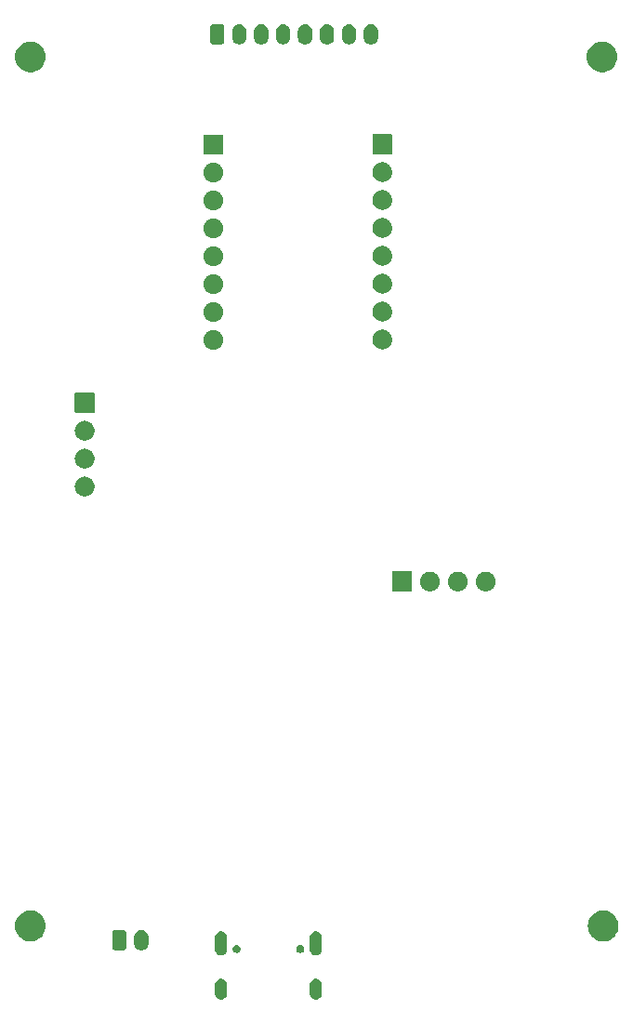
<source format=gbr>
%TF.GenerationSoftware,KiCad,Pcbnew,8.0.7*%
%TF.CreationDate,2025-03-01T11:55:23-05:00*%
%TF.ProjectId,RP2350_V1,52503233-3530-45f5-9631-2e6b69636164,1.1*%
%TF.SameCoordinates,Original*%
%TF.FileFunction,Soldermask,Bot*%
%TF.FilePolarity,Negative*%
%FSLAX46Y46*%
G04 Gerber Fmt 4.6, Leading zero omitted, Abs format (unit mm)*
G04 Created by KiCad (PCBNEW 8.0.7) date 2025-03-01 11:55:23*
%MOMM*%
%LPD*%
G01*
G04 APERTURE LIST*
G04 APERTURE END LIST*
G36*
X138410859Y-123790942D02*
G01*
X138535428Y-123862862D01*
X138637138Y-123964572D01*
X138709058Y-124089141D01*
X138746286Y-124228080D01*
X138751000Y-124300000D01*
X138751000Y-125100000D01*
X138746286Y-125171920D01*
X138709058Y-125310859D01*
X138637138Y-125435428D01*
X138535428Y-125537138D01*
X138410859Y-125609058D01*
X138271920Y-125646286D01*
X138128080Y-125646286D01*
X137989141Y-125609058D01*
X137864572Y-125537138D01*
X137762862Y-125435428D01*
X137690942Y-125310859D01*
X137653714Y-125171920D01*
X137649000Y-125100000D01*
X137649000Y-124300000D01*
X137653714Y-124228080D01*
X137690942Y-124089141D01*
X137762862Y-123964572D01*
X137864572Y-123862862D01*
X137989141Y-123790942D01*
X138128080Y-123753714D01*
X138271920Y-123753714D01*
X138410859Y-123790942D01*
G37*
G36*
X147050859Y-123790942D02*
G01*
X147175428Y-123862862D01*
X147277138Y-123964572D01*
X147349058Y-124089141D01*
X147386286Y-124228080D01*
X147391000Y-124300000D01*
X147391000Y-125100000D01*
X147386286Y-125171920D01*
X147349058Y-125310859D01*
X147277138Y-125435428D01*
X147175428Y-125537138D01*
X147050859Y-125609058D01*
X146911920Y-125646286D01*
X146768080Y-125646286D01*
X146629141Y-125609058D01*
X146504572Y-125537138D01*
X146402862Y-125435428D01*
X146330942Y-125310859D01*
X146293714Y-125171920D01*
X146289000Y-125100000D01*
X146289000Y-124300000D01*
X146293714Y-124228080D01*
X146330942Y-124089141D01*
X146402862Y-123964572D01*
X146504572Y-123862862D01*
X146629141Y-123790942D01*
X146768080Y-123753714D01*
X146911920Y-123753714D01*
X147050859Y-123790942D01*
G37*
G36*
X138410859Y-119460942D02*
G01*
X138535428Y-119532862D01*
X138637138Y-119634572D01*
X138709058Y-119759141D01*
X138746286Y-119898080D01*
X138751000Y-119970000D01*
X138751000Y-121070000D01*
X138746286Y-121141920D01*
X138709058Y-121280859D01*
X138637138Y-121405428D01*
X138535428Y-121507138D01*
X138410859Y-121579058D01*
X138271920Y-121616286D01*
X138128080Y-121616286D01*
X137989141Y-121579058D01*
X137864572Y-121507138D01*
X137762862Y-121405428D01*
X137690942Y-121280859D01*
X137653714Y-121141920D01*
X137649000Y-121070000D01*
X137649000Y-119970000D01*
X137653714Y-119898080D01*
X137690942Y-119759141D01*
X137762862Y-119634572D01*
X137864572Y-119532862D01*
X137989141Y-119460942D01*
X138128080Y-119423714D01*
X138271920Y-119423714D01*
X138410859Y-119460942D01*
G37*
G36*
X147050859Y-119460942D02*
G01*
X147175428Y-119532862D01*
X147277138Y-119634572D01*
X147349058Y-119759141D01*
X147386286Y-119898080D01*
X147391000Y-119970000D01*
X147391000Y-121070000D01*
X147386286Y-121141920D01*
X147349058Y-121280859D01*
X147277138Y-121405428D01*
X147175428Y-121507138D01*
X147050859Y-121579058D01*
X146911920Y-121616286D01*
X146768080Y-121616286D01*
X146629141Y-121579058D01*
X146504572Y-121507138D01*
X146402862Y-121405428D01*
X146330942Y-121280859D01*
X146293714Y-121141920D01*
X146289000Y-121070000D01*
X146289000Y-119970000D01*
X146293714Y-119898080D01*
X146330942Y-119759141D01*
X146402862Y-119634572D01*
X146504572Y-119532862D01*
X146629141Y-119460942D01*
X146768080Y-119423714D01*
X146911920Y-119423714D01*
X147050859Y-119460942D01*
G37*
G36*
X139746190Y-120662403D02*
G01*
X139851007Y-120715810D01*
X139934190Y-120798993D01*
X139987597Y-120903810D01*
X140006000Y-121020000D01*
X139987597Y-121136190D01*
X139934190Y-121241007D01*
X139851007Y-121324190D01*
X139746190Y-121377597D01*
X139630000Y-121396000D01*
X139513810Y-121377597D01*
X139408993Y-121324190D01*
X139325810Y-121241007D01*
X139272403Y-121136190D01*
X139254000Y-121020000D01*
X139272403Y-120903810D01*
X139325810Y-120798993D01*
X139408993Y-120715810D01*
X139513810Y-120662403D01*
X139630000Y-120644000D01*
X139746190Y-120662403D01*
G37*
G36*
X145526190Y-120662403D02*
G01*
X145631007Y-120715810D01*
X145714190Y-120798993D01*
X145767597Y-120903810D01*
X145786000Y-121020000D01*
X145767597Y-121136190D01*
X145714190Y-121241007D01*
X145631007Y-121324190D01*
X145526190Y-121377597D01*
X145410000Y-121396000D01*
X145293810Y-121377597D01*
X145188993Y-121324190D01*
X145105810Y-121241007D01*
X145052403Y-121136190D01*
X145034000Y-121020000D01*
X145052403Y-120903810D01*
X145105810Y-120798993D01*
X145188993Y-120715810D01*
X145293810Y-120662403D01*
X145410000Y-120644000D01*
X145526190Y-120662403D01*
G37*
G36*
X129343914Y-119306995D02*
G01*
X129348645Y-119309084D01*
X129351811Y-119309501D01*
X129391442Y-119327981D01*
X129445106Y-119351676D01*
X129523324Y-119429894D01*
X129547028Y-119483579D01*
X129565498Y-119523188D01*
X129565914Y-119526351D01*
X129568005Y-119531086D01*
X129576000Y-119600000D01*
X129576000Y-120850000D01*
X129568005Y-120918914D01*
X129565914Y-120923648D01*
X129565498Y-120926811D01*
X129547036Y-120966402D01*
X129523324Y-121020106D01*
X129445106Y-121098324D01*
X129391402Y-121122036D01*
X129351811Y-121140498D01*
X129348648Y-121140914D01*
X129343914Y-121143005D01*
X129275000Y-121151000D01*
X128575000Y-121151000D01*
X128506086Y-121143005D01*
X128501351Y-121140914D01*
X128498188Y-121140498D01*
X128458579Y-121122028D01*
X128404894Y-121098324D01*
X128326676Y-121020106D01*
X128302981Y-120966442D01*
X128284501Y-120926811D01*
X128284084Y-120923645D01*
X128281995Y-120918914D01*
X128274000Y-120850000D01*
X128274000Y-119600000D01*
X128281995Y-119531086D01*
X128284084Y-119526354D01*
X128284501Y-119523188D01*
X128302989Y-119483538D01*
X128326676Y-119429894D01*
X128404894Y-119351676D01*
X128458538Y-119327989D01*
X128498188Y-119309501D01*
X128501354Y-119309084D01*
X128506086Y-119306995D01*
X128575000Y-119299000D01*
X129275000Y-119299000D01*
X129343914Y-119306995D01*
G37*
G36*
X131113975Y-119327032D02*
G01*
X131231879Y-119375869D01*
X131337990Y-119446770D01*
X131428230Y-119537010D01*
X131499131Y-119643121D01*
X131547968Y-119761025D01*
X131572865Y-119886191D01*
X131576000Y-119950000D01*
X131576000Y-120500000D01*
X131572865Y-120563809D01*
X131547968Y-120688975D01*
X131499131Y-120806879D01*
X131428230Y-120912990D01*
X131337990Y-121003230D01*
X131231879Y-121074131D01*
X131113975Y-121122968D01*
X130988809Y-121147865D01*
X130861191Y-121147865D01*
X130736025Y-121122968D01*
X130618121Y-121074131D01*
X130512010Y-121003230D01*
X130421770Y-120912990D01*
X130350869Y-120806879D01*
X130302032Y-120688975D01*
X130277135Y-120563809D01*
X130274000Y-120500000D01*
X130274000Y-119950000D01*
X130277135Y-119886191D01*
X130302032Y-119761025D01*
X130350869Y-119643121D01*
X130421770Y-119537010D01*
X130512010Y-119446770D01*
X130618121Y-119375869D01*
X130736025Y-119327032D01*
X130861191Y-119302135D01*
X130988809Y-119302135D01*
X131113975Y-119327032D01*
G37*
G36*
X121183925Y-117577570D02*
G01*
X121402775Y-117652702D01*
X121606274Y-117762830D01*
X121788871Y-117904951D01*
X121945586Y-118075188D01*
X122072143Y-118268898D01*
X122165090Y-118480796D01*
X122221892Y-118705103D01*
X122241000Y-118935700D01*
X122221892Y-119166297D01*
X122165090Y-119390604D01*
X122072143Y-119602502D01*
X121945586Y-119796212D01*
X121788871Y-119966449D01*
X121606274Y-120108570D01*
X121402775Y-120218698D01*
X121183925Y-120293830D01*
X120955694Y-120331915D01*
X120724306Y-120331915D01*
X120496075Y-120293830D01*
X120277225Y-120218698D01*
X120073726Y-120108570D01*
X119891129Y-119966449D01*
X119734414Y-119796212D01*
X119607857Y-119602502D01*
X119514910Y-119390604D01*
X119458108Y-119166297D01*
X119439000Y-118935700D01*
X119458108Y-118705103D01*
X119514910Y-118480796D01*
X119607857Y-118268898D01*
X119734414Y-118075188D01*
X119891129Y-117904951D01*
X120073726Y-117762830D01*
X120277225Y-117652702D01*
X120496075Y-117577570D01*
X120724306Y-117539485D01*
X120955694Y-117539485D01*
X121183925Y-117577570D01*
G37*
G36*
X173343925Y-117577510D02*
G01*
X173562775Y-117652642D01*
X173766274Y-117762770D01*
X173948871Y-117904891D01*
X174105586Y-118075128D01*
X174232143Y-118268838D01*
X174325090Y-118480736D01*
X174381892Y-118705043D01*
X174401000Y-118935640D01*
X174381892Y-119166237D01*
X174325090Y-119390544D01*
X174232143Y-119602442D01*
X174105586Y-119796152D01*
X173948871Y-119966389D01*
X173766274Y-120108510D01*
X173562775Y-120218638D01*
X173343925Y-120293770D01*
X173115694Y-120331855D01*
X172884306Y-120331855D01*
X172656075Y-120293770D01*
X172437225Y-120218638D01*
X172233726Y-120108510D01*
X172051129Y-119966389D01*
X171894414Y-119796152D01*
X171767857Y-119602442D01*
X171674910Y-119390544D01*
X171618108Y-119166237D01*
X171599000Y-118935640D01*
X171618108Y-118705043D01*
X171674910Y-118480736D01*
X171767857Y-118268838D01*
X171894414Y-118075128D01*
X172051129Y-117904891D01*
X172233726Y-117762770D01*
X172437225Y-117652642D01*
X172656075Y-117577510D01*
X172884306Y-117539425D01*
X173115694Y-117539425D01*
X173343925Y-117577510D01*
G37*
G36*
X155549517Y-86677882D02*
G01*
X155566062Y-86688938D01*
X155577118Y-86705483D01*
X155581000Y-86725000D01*
X155581000Y-88425000D01*
X155577118Y-88444517D01*
X155566062Y-88461062D01*
X155549517Y-88472118D01*
X155530000Y-88476000D01*
X153830000Y-88476000D01*
X153810483Y-88472118D01*
X153793938Y-88461062D01*
X153782882Y-88444517D01*
X153779000Y-88425000D01*
X153779000Y-86725000D01*
X153782882Y-86705483D01*
X153793938Y-86688938D01*
X153810483Y-86677882D01*
X153830000Y-86674000D01*
X155530000Y-86674000D01*
X155549517Y-86677882D01*
G37*
G36*
X157267913Y-86678936D02*
G01*
X157314180Y-86678936D01*
X157354129Y-86687427D01*
X157395733Y-86691525D01*
X157447998Y-86707379D01*
X157498424Y-86718098D01*
X157530694Y-86732465D01*
X157564712Y-86742785D01*
X157618767Y-86771678D01*
X157670500Y-86794711D01*
X157694551Y-86812185D01*
X157720447Y-86826027D01*
X157773271Y-86869378D01*
X157822887Y-86905427D01*
X157838996Y-86923318D01*
X157856948Y-86938051D01*
X157905188Y-86996831D01*
X157948924Y-87045405D01*
X157958111Y-87061319D01*
X157968972Y-87074552D01*
X158009149Y-87149719D01*
X158043104Y-87208530D01*
X158047009Y-87220550D01*
X158052214Y-87230287D01*
X158080913Y-87324896D01*
X158101311Y-87387672D01*
X158102028Y-87394502D01*
X158103474Y-87399266D01*
X158117536Y-87542042D01*
X158121000Y-87575000D01*
X158117535Y-87607959D01*
X158103474Y-87750733D01*
X158102029Y-87755496D01*
X158101311Y-87762328D01*
X158080909Y-87825117D01*
X158052214Y-87919712D01*
X158047010Y-87929447D01*
X158043104Y-87941470D01*
X158009142Y-88000293D01*
X157968972Y-88075447D01*
X157958113Y-88088677D01*
X157948924Y-88104595D01*
X157905178Y-88153178D01*
X157856948Y-88211948D01*
X157839000Y-88226677D01*
X157822887Y-88244573D01*
X157773260Y-88280628D01*
X157720447Y-88323972D01*
X157694557Y-88337810D01*
X157670500Y-88355289D01*
X157618756Y-88378326D01*
X157564712Y-88407214D01*
X157530701Y-88417531D01*
X157498424Y-88431902D01*
X157447987Y-88442622D01*
X157395733Y-88458474D01*
X157354138Y-88462570D01*
X157314180Y-88471064D01*
X157267903Y-88471064D01*
X157220000Y-88475782D01*
X157172097Y-88471064D01*
X157125820Y-88471064D01*
X157085862Y-88462570D01*
X157044266Y-88458474D01*
X156992009Y-88442621D01*
X156941576Y-88431902D01*
X156909300Y-88417532D01*
X156875287Y-88407214D01*
X156821237Y-88378323D01*
X156769500Y-88355289D01*
X156745445Y-88337812D01*
X156719552Y-88323972D01*
X156666730Y-88280622D01*
X156617113Y-88244573D01*
X156601002Y-88226680D01*
X156583051Y-88211948D01*
X156534809Y-88153166D01*
X156491076Y-88104595D01*
X156481888Y-88088681D01*
X156471027Y-88075447D01*
X156430844Y-88000269D01*
X156396896Y-87941470D01*
X156392991Y-87929451D01*
X156387785Y-87919712D01*
X156359075Y-87825071D01*
X156338689Y-87762328D01*
X156337971Y-87755501D01*
X156336525Y-87750733D01*
X156322448Y-87607808D01*
X156319000Y-87575000D01*
X156322448Y-87542194D01*
X156336525Y-87399266D01*
X156337971Y-87394497D01*
X156338689Y-87387672D01*
X156359071Y-87324942D01*
X156387785Y-87230287D01*
X156392991Y-87220545D01*
X156396896Y-87208530D01*
X156430836Y-87149742D01*
X156471027Y-87074552D01*
X156481890Y-87061314D01*
X156491076Y-87045405D01*
X156534800Y-86996843D01*
X156583051Y-86938051D01*
X156601005Y-86923315D01*
X156617113Y-86905427D01*
X156666720Y-86869385D01*
X156719552Y-86826027D01*
X156745450Y-86812183D01*
X156769500Y-86794711D01*
X156821226Y-86771681D01*
X156875287Y-86742785D01*
X156909307Y-86732464D01*
X156941576Y-86718098D01*
X156991998Y-86707380D01*
X157044266Y-86691525D01*
X157085871Y-86687427D01*
X157125820Y-86678936D01*
X157172086Y-86678936D01*
X157220000Y-86674217D01*
X157267913Y-86678936D01*
G37*
G36*
X159807913Y-86678936D02*
G01*
X159854180Y-86678936D01*
X159894129Y-86687427D01*
X159935733Y-86691525D01*
X159987998Y-86707379D01*
X160038424Y-86718098D01*
X160070694Y-86732465D01*
X160104712Y-86742785D01*
X160158767Y-86771678D01*
X160210500Y-86794711D01*
X160234551Y-86812185D01*
X160260447Y-86826027D01*
X160313271Y-86869378D01*
X160362887Y-86905427D01*
X160378996Y-86923318D01*
X160396948Y-86938051D01*
X160445188Y-86996831D01*
X160488924Y-87045405D01*
X160498111Y-87061319D01*
X160508972Y-87074552D01*
X160549149Y-87149719D01*
X160583104Y-87208530D01*
X160587009Y-87220550D01*
X160592214Y-87230287D01*
X160620913Y-87324896D01*
X160641311Y-87387672D01*
X160642028Y-87394502D01*
X160643474Y-87399266D01*
X160657536Y-87542042D01*
X160661000Y-87575000D01*
X160657535Y-87607959D01*
X160643474Y-87750733D01*
X160642029Y-87755496D01*
X160641311Y-87762328D01*
X160620909Y-87825117D01*
X160592214Y-87919712D01*
X160587010Y-87929447D01*
X160583104Y-87941470D01*
X160549142Y-88000293D01*
X160508972Y-88075447D01*
X160498113Y-88088677D01*
X160488924Y-88104595D01*
X160445178Y-88153178D01*
X160396948Y-88211948D01*
X160379000Y-88226677D01*
X160362887Y-88244573D01*
X160313260Y-88280628D01*
X160260447Y-88323972D01*
X160234557Y-88337810D01*
X160210500Y-88355289D01*
X160158756Y-88378326D01*
X160104712Y-88407214D01*
X160070701Y-88417531D01*
X160038424Y-88431902D01*
X159987987Y-88442622D01*
X159935733Y-88458474D01*
X159894138Y-88462570D01*
X159854180Y-88471064D01*
X159807903Y-88471064D01*
X159760000Y-88475782D01*
X159712097Y-88471064D01*
X159665820Y-88471064D01*
X159625862Y-88462570D01*
X159584266Y-88458474D01*
X159532009Y-88442621D01*
X159481576Y-88431902D01*
X159449300Y-88417532D01*
X159415287Y-88407214D01*
X159361237Y-88378323D01*
X159309500Y-88355289D01*
X159285445Y-88337812D01*
X159259552Y-88323972D01*
X159206730Y-88280622D01*
X159157113Y-88244573D01*
X159141002Y-88226680D01*
X159123051Y-88211948D01*
X159074809Y-88153166D01*
X159031076Y-88104595D01*
X159021888Y-88088681D01*
X159011027Y-88075447D01*
X158970844Y-88000269D01*
X158936896Y-87941470D01*
X158932991Y-87929451D01*
X158927785Y-87919712D01*
X158899075Y-87825071D01*
X158878689Y-87762328D01*
X158877971Y-87755501D01*
X158876525Y-87750733D01*
X158862448Y-87607808D01*
X158859000Y-87575000D01*
X158862448Y-87542194D01*
X158876525Y-87399266D01*
X158877971Y-87394497D01*
X158878689Y-87387672D01*
X158899071Y-87324942D01*
X158927785Y-87230287D01*
X158932991Y-87220545D01*
X158936896Y-87208530D01*
X158970836Y-87149742D01*
X159011027Y-87074552D01*
X159021890Y-87061314D01*
X159031076Y-87045405D01*
X159074800Y-86996843D01*
X159123051Y-86938051D01*
X159141005Y-86923315D01*
X159157113Y-86905427D01*
X159206720Y-86869385D01*
X159259552Y-86826027D01*
X159285450Y-86812183D01*
X159309500Y-86794711D01*
X159361226Y-86771681D01*
X159415287Y-86742785D01*
X159449307Y-86732464D01*
X159481576Y-86718098D01*
X159531998Y-86707380D01*
X159584266Y-86691525D01*
X159625871Y-86687427D01*
X159665820Y-86678936D01*
X159712086Y-86678936D01*
X159760000Y-86674217D01*
X159807913Y-86678936D01*
G37*
G36*
X162347913Y-86678936D02*
G01*
X162394180Y-86678936D01*
X162434129Y-86687427D01*
X162475733Y-86691525D01*
X162527998Y-86707379D01*
X162578424Y-86718098D01*
X162610694Y-86732465D01*
X162644712Y-86742785D01*
X162698767Y-86771678D01*
X162750500Y-86794711D01*
X162774551Y-86812185D01*
X162800447Y-86826027D01*
X162853271Y-86869378D01*
X162902887Y-86905427D01*
X162918996Y-86923318D01*
X162936948Y-86938051D01*
X162985188Y-86996831D01*
X163028924Y-87045405D01*
X163038111Y-87061319D01*
X163048972Y-87074552D01*
X163089149Y-87149719D01*
X163123104Y-87208530D01*
X163127009Y-87220550D01*
X163132214Y-87230287D01*
X163160913Y-87324896D01*
X163181311Y-87387672D01*
X163182028Y-87394502D01*
X163183474Y-87399266D01*
X163197536Y-87542042D01*
X163201000Y-87575000D01*
X163197535Y-87607959D01*
X163183474Y-87750733D01*
X163182029Y-87755496D01*
X163181311Y-87762328D01*
X163160909Y-87825117D01*
X163132214Y-87919712D01*
X163127010Y-87929447D01*
X163123104Y-87941470D01*
X163089142Y-88000293D01*
X163048972Y-88075447D01*
X163038113Y-88088677D01*
X163028924Y-88104595D01*
X162985178Y-88153178D01*
X162936948Y-88211948D01*
X162919000Y-88226677D01*
X162902887Y-88244573D01*
X162853260Y-88280628D01*
X162800447Y-88323972D01*
X162774557Y-88337810D01*
X162750500Y-88355289D01*
X162698756Y-88378326D01*
X162644712Y-88407214D01*
X162610701Y-88417531D01*
X162578424Y-88431902D01*
X162527987Y-88442622D01*
X162475733Y-88458474D01*
X162434138Y-88462570D01*
X162394180Y-88471064D01*
X162347903Y-88471064D01*
X162300000Y-88475782D01*
X162252097Y-88471064D01*
X162205820Y-88471064D01*
X162165862Y-88462570D01*
X162124266Y-88458474D01*
X162072009Y-88442621D01*
X162021576Y-88431902D01*
X161989300Y-88417532D01*
X161955287Y-88407214D01*
X161901237Y-88378323D01*
X161849500Y-88355289D01*
X161825445Y-88337812D01*
X161799552Y-88323972D01*
X161746730Y-88280622D01*
X161697113Y-88244573D01*
X161681002Y-88226680D01*
X161663051Y-88211948D01*
X161614809Y-88153166D01*
X161571076Y-88104595D01*
X161561888Y-88088681D01*
X161551027Y-88075447D01*
X161510844Y-88000269D01*
X161476896Y-87941470D01*
X161472991Y-87929451D01*
X161467785Y-87919712D01*
X161439075Y-87825071D01*
X161418689Y-87762328D01*
X161417971Y-87755501D01*
X161416525Y-87750733D01*
X161402448Y-87607808D01*
X161399000Y-87575000D01*
X161402448Y-87542194D01*
X161416525Y-87399266D01*
X161417971Y-87394497D01*
X161418689Y-87387672D01*
X161439071Y-87324942D01*
X161467785Y-87230287D01*
X161472991Y-87220545D01*
X161476896Y-87208530D01*
X161510836Y-87149742D01*
X161551027Y-87074552D01*
X161561890Y-87061314D01*
X161571076Y-87045405D01*
X161614800Y-86996843D01*
X161663051Y-86938051D01*
X161681005Y-86923315D01*
X161697113Y-86905427D01*
X161746720Y-86869385D01*
X161799552Y-86826027D01*
X161825450Y-86812183D01*
X161849500Y-86794711D01*
X161901226Y-86771681D01*
X161955287Y-86742785D01*
X161989307Y-86732464D01*
X162021576Y-86718098D01*
X162071998Y-86707380D01*
X162124266Y-86691525D01*
X162165871Y-86687427D01*
X162205820Y-86678936D01*
X162252086Y-86678936D01*
X162300000Y-86674217D01*
X162347913Y-86678936D01*
G37*
G36*
X125822913Y-78033936D02*
G01*
X125869180Y-78033936D01*
X125909129Y-78042427D01*
X125950733Y-78046525D01*
X126002998Y-78062379D01*
X126053424Y-78073098D01*
X126085694Y-78087465D01*
X126119712Y-78097785D01*
X126173767Y-78126678D01*
X126225500Y-78149711D01*
X126249551Y-78167185D01*
X126275447Y-78181027D01*
X126328271Y-78224378D01*
X126377887Y-78260427D01*
X126393996Y-78278318D01*
X126411948Y-78293051D01*
X126460188Y-78351831D01*
X126503924Y-78400405D01*
X126513111Y-78416319D01*
X126523972Y-78429552D01*
X126564149Y-78504719D01*
X126598104Y-78563530D01*
X126602009Y-78575550D01*
X126607214Y-78585287D01*
X126635913Y-78679896D01*
X126656311Y-78742672D01*
X126657028Y-78749502D01*
X126658474Y-78754266D01*
X126672536Y-78897042D01*
X126676000Y-78930000D01*
X126672535Y-78962959D01*
X126658474Y-79105733D01*
X126657029Y-79110496D01*
X126656311Y-79117328D01*
X126635909Y-79180117D01*
X126607214Y-79274712D01*
X126602010Y-79284447D01*
X126598104Y-79296470D01*
X126564142Y-79355293D01*
X126523972Y-79430447D01*
X126513113Y-79443677D01*
X126503924Y-79459595D01*
X126460178Y-79508178D01*
X126411948Y-79566948D01*
X126394000Y-79581677D01*
X126377887Y-79599573D01*
X126328260Y-79635628D01*
X126275447Y-79678972D01*
X126249557Y-79692810D01*
X126225500Y-79710289D01*
X126173756Y-79733326D01*
X126119712Y-79762214D01*
X126085701Y-79772531D01*
X126053424Y-79786902D01*
X126002987Y-79797622D01*
X125950733Y-79813474D01*
X125909138Y-79817570D01*
X125869180Y-79826064D01*
X125822903Y-79826064D01*
X125775000Y-79830782D01*
X125727097Y-79826064D01*
X125680820Y-79826064D01*
X125640862Y-79817570D01*
X125599266Y-79813474D01*
X125547009Y-79797621D01*
X125496576Y-79786902D01*
X125464300Y-79772532D01*
X125430287Y-79762214D01*
X125376237Y-79733323D01*
X125324500Y-79710289D01*
X125300445Y-79692812D01*
X125274552Y-79678972D01*
X125221730Y-79635622D01*
X125172113Y-79599573D01*
X125156002Y-79581680D01*
X125138051Y-79566948D01*
X125089809Y-79508166D01*
X125046076Y-79459595D01*
X125036888Y-79443681D01*
X125026027Y-79430447D01*
X124985844Y-79355269D01*
X124951896Y-79296470D01*
X124947991Y-79284451D01*
X124942785Y-79274712D01*
X124914075Y-79180071D01*
X124893689Y-79117328D01*
X124892971Y-79110501D01*
X124891525Y-79105733D01*
X124877448Y-78962808D01*
X124874000Y-78930000D01*
X124877448Y-78897194D01*
X124891525Y-78754266D01*
X124892971Y-78749497D01*
X124893689Y-78742672D01*
X124914071Y-78679942D01*
X124942785Y-78585287D01*
X124947991Y-78575545D01*
X124951896Y-78563530D01*
X124985836Y-78504742D01*
X125026027Y-78429552D01*
X125036890Y-78416314D01*
X125046076Y-78400405D01*
X125089800Y-78351843D01*
X125138051Y-78293051D01*
X125156005Y-78278315D01*
X125172113Y-78260427D01*
X125221720Y-78224385D01*
X125274552Y-78181027D01*
X125300450Y-78167183D01*
X125324500Y-78149711D01*
X125376226Y-78126681D01*
X125430287Y-78097785D01*
X125464307Y-78087464D01*
X125496576Y-78073098D01*
X125546998Y-78062380D01*
X125599266Y-78046525D01*
X125640871Y-78042427D01*
X125680820Y-78033936D01*
X125727086Y-78033936D01*
X125775000Y-78029217D01*
X125822913Y-78033936D01*
G37*
G36*
X125822913Y-75493936D02*
G01*
X125869180Y-75493936D01*
X125909129Y-75502427D01*
X125950733Y-75506525D01*
X126002998Y-75522379D01*
X126053424Y-75533098D01*
X126085694Y-75547465D01*
X126119712Y-75557785D01*
X126173767Y-75586678D01*
X126225500Y-75609711D01*
X126249551Y-75627185D01*
X126275447Y-75641027D01*
X126328271Y-75684378D01*
X126377887Y-75720427D01*
X126393996Y-75738318D01*
X126411948Y-75753051D01*
X126460188Y-75811831D01*
X126503924Y-75860405D01*
X126513111Y-75876319D01*
X126523972Y-75889552D01*
X126564149Y-75964719D01*
X126598104Y-76023530D01*
X126602009Y-76035550D01*
X126607214Y-76045287D01*
X126635913Y-76139896D01*
X126656311Y-76202672D01*
X126657028Y-76209502D01*
X126658474Y-76214266D01*
X126672536Y-76357042D01*
X126676000Y-76390000D01*
X126672535Y-76422959D01*
X126658474Y-76565733D01*
X126657029Y-76570496D01*
X126656311Y-76577328D01*
X126635909Y-76640117D01*
X126607214Y-76734712D01*
X126602010Y-76744447D01*
X126598104Y-76756470D01*
X126564142Y-76815293D01*
X126523972Y-76890447D01*
X126513113Y-76903677D01*
X126503924Y-76919595D01*
X126460178Y-76968178D01*
X126411948Y-77026948D01*
X126394000Y-77041677D01*
X126377887Y-77059573D01*
X126328260Y-77095628D01*
X126275447Y-77138972D01*
X126249557Y-77152810D01*
X126225500Y-77170289D01*
X126173756Y-77193326D01*
X126119712Y-77222214D01*
X126085701Y-77232531D01*
X126053424Y-77246902D01*
X126002987Y-77257622D01*
X125950733Y-77273474D01*
X125909138Y-77277570D01*
X125869180Y-77286064D01*
X125822903Y-77286064D01*
X125775000Y-77290782D01*
X125727097Y-77286064D01*
X125680820Y-77286064D01*
X125640862Y-77277570D01*
X125599266Y-77273474D01*
X125547009Y-77257621D01*
X125496576Y-77246902D01*
X125464300Y-77232532D01*
X125430287Y-77222214D01*
X125376237Y-77193323D01*
X125324500Y-77170289D01*
X125300445Y-77152812D01*
X125274552Y-77138972D01*
X125221730Y-77095622D01*
X125172113Y-77059573D01*
X125156002Y-77041680D01*
X125138051Y-77026948D01*
X125089809Y-76968166D01*
X125046076Y-76919595D01*
X125036888Y-76903681D01*
X125026027Y-76890447D01*
X124985844Y-76815269D01*
X124951896Y-76756470D01*
X124947991Y-76744451D01*
X124942785Y-76734712D01*
X124914075Y-76640071D01*
X124893689Y-76577328D01*
X124892971Y-76570501D01*
X124891525Y-76565733D01*
X124877448Y-76422808D01*
X124874000Y-76390000D01*
X124877448Y-76357194D01*
X124891525Y-76214266D01*
X124892971Y-76209497D01*
X124893689Y-76202672D01*
X124914071Y-76139942D01*
X124942785Y-76045287D01*
X124947991Y-76035545D01*
X124951896Y-76023530D01*
X124985836Y-75964742D01*
X125026027Y-75889552D01*
X125036890Y-75876314D01*
X125046076Y-75860405D01*
X125089800Y-75811843D01*
X125138051Y-75753051D01*
X125156005Y-75738315D01*
X125172113Y-75720427D01*
X125221720Y-75684385D01*
X125274552Y-75641027D01*
X125300450Y-75627183D01*
X125324500Y-75609711D01*
X125376226Y-75586681D01*
X125430287Y-75557785D01*
X125464307Y-75547464D01*
X125496576Y-75533098D01*
X125546998Y-75522380D01*
X125599266Y-75506525D01*
X125640871Y-75502427D01*
X125680820Y-75493936D01*
X125727086Y-75493936D01*
X125775000Y-75489217D01*
X125822913Y-75493936D01*
G37*
G36*
X125822913Y-72953936D02*
G01*
X125869180Y-72953936D01*
X125909129Y-72962427D01*
X125950733Y-72966525D01*
X126002998Y-72982379D01*
X126053424Y-72993098D01*
X126085694Y-73007465D01*
X126119712Y-73017785D01*
X126173767Y-73046678D01*
X126225500Y-73069711D01*
X126249551Y-73087185D01*
X126275447Y-73101027D01*
X126328271Y-73144378D01*
X126377887Y-73180427D01*
X126393996Y-73198318D01*
X126411948Y-73213051D01*
X126460188Y-73271831D01*
X126503924Y-73320405D01*
X126513111Y-73336319D01*
X126523972Y-73349552D01*
X126564149Y-73424719D01*
X126598104Y-73483530D01*
X126602009Y-73495550D01*
X126607214Y-73505287D01*
X126635913Y-73599896D01*
X126656311Y-73662672D01*
X126657028Y-73669502D01*
X126658474Y-73674266D01*
X126672536Y-73817042D01*
X126676000Y-73850000D01*
X126672535Y-73882959D01*
X126658474Y-74025733D01*
X126657029Y-74030496D01*
X126656311Y-74037328D01*
X126635909Y-74100117D01*
X126607214Y-74194712D01*
X126602010Y-74204447D01*
X126598104Y-74216470D01*
X126564142Y-74275293D01*
X126523972Y-74350447D01*
X126513113Y-74363677D01*
X126503924Y-74379595D01*
X126460178Y-74428178D01*
X126411948Y-74486948D01*
X126394000Y-74501677D01*
X126377887Y-74519573D01*
X126328260Y-74555628D01*
X126275447Y-74598972D01*
X126249557Y-74612810D01*
X126225500Y-74630289D01*
X126173756Y-74653326D01*
X126119712Y-74682214D01*
X126085701Y-74692531D01*
X126053424Y-74706902D01*
X126002987Y-74717622D01*
X125950733Y-74733474D01*
X125909138Y-74737570D01*
X125869180Y-74746064D01*
X125822903Y-74746064D01*
X125775000Y-74750782D01*
X125727097Y-74746064D01*
X125680820Y-74746064D01*
X125640862Y-74737570D01*
X125599266Y-74733474D01*
X125547009Y-74717621D01*
X125496576Y-74706902D01*
X125464300Y-74692532D01*
X125430287Y-74682214D01*
X125376237Y-74653323D01*
X125324500Y-74630289D01*
X125300445Y-74612812D01*
X125274552Y-74598972D01*
X125221730Y-74555622D01*
X125172113Y-74519573D01*
X125156002Y-74501680D01*
X125138051Y-74486948D01*
X125089809Y-74428166D01*
X125046076Y-74379595D01*
X125036888Y-74363681D01*
X125026027Y-74350447D01*
X124985844Y-74275269D01*
X124951896Y-74216470D01*
X124947991Y-74204451D01*
X124942785Y-74194712D01*
X124914075Y-74100071D01*
X124893689Y-74037328D01*
X124892971Y-74030501D01*
X124891525Y-74025733D01*
X124877448Y-73882808D01*
X124874000Y-73850000D01*
X124877448Y-73817194D01*
X124891525Y-73674266D01*
X124892971Y-73669497D01*
X124893689Y-73662672D01*
X124914071Y-73599942D01*
X124942785Y-73505287D01*
X124947991Y-73495545D01*
X124951896Y-73483530D01*
X124985836Y-73424742D01*
X125026027Y-73349552D01*
X125036890Y-73336314D01*
X125046076Y-73320405D01*
X125089800Y-73271843D01*
X125138051Y-73213051D01*
X125156005Y-73198315D01*
X125172113Y-73180427D01*
X125221720Y-73144385D01*
X125274552Y-73101027D01*
X125300450Y-73087183D01*
X125324500Y-73069711D01*
X125376226Y-73046681D01*
X125430287Y-73017785D01*
X125464307Y-73007464D01*
X125496576Y-72993098D01*
X125546998Y-72982380D01*
X125599266Y-72966525D01*
X125640871Y-72962427D01*
X125680820Y-72953936D01*
X125727086Y-72953936D01*
X125775000Y-72949217D01*
X125822913Y-72953936D01*
G37*
G36*
X126644517Y-70412882D02*
G01*
X126661062Y-70423938D01*
X126672118Y-70440483D01*
X126676000Y-70460000D01*
X126676000Y-72160000D01*
X126672118Y-72179517D01*
X126661062Y-72196062D01*
X126644517Y-72207118D01*
X126625000Y-72211000D01*
X124925000Y-72211000D01*
X124905483Y-72207118D01*
X124888938Y-72196062D01*
X124877882Y-72179517D01*
X124874000Y-72160000D01*
X124874000Y-70460000D01*
X124877882Y-70440483D01*
X124888938Y-70423938D01*
X124905483Y-70412882D01*
X124925000Y-70409000D01*
X126625000Y-70409000D01*
X126644517Y-70412882D01*
G37*
G36*
X137542913Y-64688936D02*
G01*
X137589180Y-64688936D01*
X137629129Y-64697427D01*
X137670733Y-64701525D01*
X137722998Y-64717379D01*
X137773424Y-64728098D01*
X137805694Y-64742465D01*
X137839712Y-64752785D01*
X137893767Y-64781678D01*
X137945500Y-64804711D01*
X137969551Y-64822185D01*
X137995447Y-64836027D01*
X138048271Y-64879378D01*
X138097887Y-64915427D01*
X138113996Y-64933318D01*
X138131948Y-64948051D01*
X138180188Y-65006831D01*
X138223924Y-65055405D01*
X138233111Y-65071319D01*
X138243972Y-65084552D01*
X138284149Y-65159719D01*
X138318104Y-65218530D01*
X138322009Y-65230550D01*
X138327214Y-65240287D01*
X138355913Y-65334896D01*
X138376311Y-65397672D01*
X138377028Y-65404502D01*
X138378474Y-65409266D01*
X138392536Y-65552042D01*
X138396000Y-65585000D01*
X138392535Y-65617959D01*
X138378474Y-65760733D01*
X138377029Y-65765496D01*
X138376311Y-65772328D01*
X138355909Y-65835117D01*
X138327214Y-65929712D01*
X138322010Y-65939447D01*
X138318104Y-65951470D01*
X138284142Y-66010293D01*
X138243972Y-66085447D01*
X138233113Y-66098677D01*
X138223924Y-66114595D01*
X138180178Y-66163178D01*
X138131948Y-66221948D01*
X138114000Y-66236677D01*
X138097887Y-66254573D01*
X138048260Y-66290628D01*
X137995447Y-66333972D01*
X137969557Y-66347810D01*
X137945500Y-66365289D01*
X137893756Y-66388326D01*
X137839712Y-66417214D01*
X137805701Y-66427531D01*
X137773424Y-66441902D01*
X137722987Y-66452622D01*
X137670733Y-66468474D01*
X137629138Y-66472570D01*
X137589180Y-66481064D01*
X137542903Y-66481064D01*
X137495000Y-66485782D01*
X137447097Y-66481064D01*
X137400820Y-66481064D01*
X137360862Y-66472570D01*
X137319266Y-66468474D01*
X137267009Y-66452621D01*
X137216576Y-66441902D01*
X137184300Y-66427532D01*
X137150287Y-66417214D01*
X137096237Y-66388323D01*
X137044500Y-66365289D01*
X137020445Y-66347812D01*
X136994552Y-66333972D01*
X136941730Y-66290622D01*
X136892113Y-66254573D01*
X136876002Y-66236680D01*
X136858051Y-66221948D01*
X136809809Y-66163166D01*
X136766076Y-66114595D01*
X136756888Y-66098681D01*
X136746027Y-66085447D01*
X136705844Y-66010269D01*
X136671896Y-65951470D01*
X136667991Y-65939451D01*
X136662785Y-65929712D01*
X136634075Y-65835071D01*
X136613689Y-65772328D01*
X136612971Y-65765501D01*
X136611525Y-65760733D01*
X136597448Y-65617808D01*
X136594000Y-65585000D01*
X136597448Y-65552194D01*
X136611525Y-65409266D01*
X136612971Y-65404497D01*
X136613689Y-65397672D01*
X136634071Y-65334942D01*
X136662785Y-65240287D01*
X136667991Y-65230545D01*
X136671896Y-65218530D01*
X136705836Y-65159742D01*
X136746027Y-65084552D01*
X136756890Y-65071314D01*
X136766076Y-65055405D01*
X136809800Y-65006843D01*
X136858051Y-64948051D01*
X136876005Y-64933315D01*
X136892113Y-64915427D01*
X136941720Y-64879385D01*
X136994552Y-64836027D01*
X137020450Y-64822183D01*
X137044500Y-64804711D01*
X137096226Y-64781681D01*
X137150287Y-64752785D01*
X137184307Y-64742464D01*
X137216576Y-64728098D01*
X137266998Y-64717380D01*
X137319266Y-64701525D01*
X137360871Y-64697427D01*
X137400820Y-64688936D01*
X137447086Y-64688936D01*
X137495000Y-64684217D01*
X137542913Y-64688936D01*
G37*
G36*
X152927913Y-64653936D02*
G01*
X152974180Y-64653936D01*
X153014129Y-64662427D01*
X153055733Y-64666525D01*
X153107998Y-64682379D01*
X153158424Y-64693098D01*
X153190694Y-64707465D01*
X153224712Y-64717785D01*
X153278767Y-64746678D01*
X153330500Y-64769711D01*
X153354551Y-64787185D01*
X153380447Y-64801027D01*
X153433271Y-64844378D01*
X153482887Y-64880427D01*
X153498996Y-64898318D01*
X153516948Y-64913051D01*
X153565188Y-64971831D01*
X153608924Y-65020405D01*
X153618111Y-65036319D01*
X153628972Y-65049552D01*
X153669149Y-65124719D01*
X153703104Y-65183530D01*
X153707009Y-65195550D01*
X153712214Y-65205287D01*
X153740913Y-65299896D01*
X153761311Y-65362672D01*
X153762028Y-65369502D01*
X153763474Y-65374266D01*
X153777536Y-65517042D01*
X153781000Y-65550000D01*
X153777535Y-65582959D01*
X153763474Y-65725733D01*
X153762029Y-65730496D01*
X153761311Y-65737328D01*
X153740909Y-65800117D01*
X153712214Y-65894712D01*
X153707010Y-65904447D01*
X153703104Y-65916470D01*
X153669142Y-65975293D01*
X153628972Y-66050447D01*
X153618113Y-66063677D01*
X153608924Y-66079595D01*
X153565178Y-66128178D01*
X153516948Y-66186948D01*
X153499000Y-66201677D01*
X153482887Y-66219573D01*
X153433260Y-66255628D01*
X153380447Y-66298972D01*
X153354557Y-66312810D01*
X153330500Y-66330289D01*
X153278756Y-66353326D01*
X153224712Y-66382214D01*
X153190701Y-66392531D01*
X153158424Y-66406902D01*
X153107987Y-66417622D01*
X153055733Y-66433474D01*
X153014138Y-66437570D01*
X152974180Y-66446064D01*
X152927903Y-66446064D01*
X152880000Y-66450782D01*
X152832097Y-66446064D01*
X152785820Y-66446064D01*
X152745862Y-66437570D01*
X152704266Y-66433474D01*
X152652009Y-66417621D01*
X152601576Y-66406902D01*
X152569300Y-66392532D01*
X152535287Y-66382214D01*
X152481237Y-66353323D01*
X152429500Y-66330289D01*
X152405445Y-66312812D01*
X152379552Y-66298972D01*
X152326730Y-66255622D01*
X152277113Y-66219573D01*
X152261002Y-66201680D01*
X152243051Y-66186948D01*
X152194809Y-66128166D01*
X152151076Y-66079595D01*
X152141888Y-66063681D01*
X152131027Y-66050447D01*
X152090844Y-65975269D01*
X152056896Y-65916470D01*
X152052991Y-65904451D01*
X152047785Y-65894712D01*
X152019075Y-65800071D01*
X151998689Y-65737328D01*
X151997971Y-65730501D01*
X151996525Y-65725733D01*
X151982448Y-65582808D01*
X151979000Y-65550000D01*
X151982448Y-65517194D01*
X151996525Y-65374266D01*
X151997971Y-65369497D01*
X151998689Y-65362672D01*
X152019071Y-65299942D01*
X152047785Y-65205287D01*
X152052991Y-65195545D01*
X152056896Y-65183530D01*
X152090836Y-65124742D01*
X152131027Y-65049552D01*
X152141890Y-65036314D01*
X152151076Y-65020405D01*
X152194800Y-64971843D01*
X152243051Y-64913051D01*
X152261005Y-64898315D01*
X152277113Y-64880427D01*
X152326720Y-64844385D01*
X152379552Y-64801027D01*
X152405450Y-64787183D01*
X152429500Y-64769711D01*
X152481226Y-64746681D01*
X152535287Y-64717785D01*
X152569307Y-64707464D01*
X152601576Y-64693098D01*
X152651998Y-64682380D01*
X152704266Y-64666525D01*
X152745871Y-64662427D01*
X152785820Y-64653936D01*
X152832086Y-64653936D01*
X152880000Y-64649217D01*
X152927913Y-64653936D01*
G37*
G36*
X137542913Y-62148936D02*
G01*
X137589180Y-62148936D01*
X137629129Y-62157427D01*
X137670733Y-62161525D01*
X137722998Y-62177379D01*
X137773424Y-62188098D01*
X137805694Y-62202465D01*
X137839712Y-62212785D01*
X137893767Y-62241678D01*
X137945500Y-62264711D01*
X137969551Y-62282185D01*
X137995447Y-62296027D01*
X138048271Y-62339378D01*
X138097887Y-62375427D01*
X138113996Y-62393318D01*
X138131948Y-62408051D01*
X138180188Y-62466831D01*
X138223924Y-62515405D01*
X138233111Y-62531319D01*
X138243972Y-62544552D01*
X138284149Y-62619719D01*
X138318104Y-62678530D01*
X138322009Y-62690550D01*
X138327214Y-62700287D01*
X138355913Y-62794896D01*
X138376311Y-62857672D01*
X138377028Y-62864502D01*
X138378474Y-62869266D01*
X138392536Y-63012042D01*
X138396000Y-63045000D01*
X138392535Y-63077959D01*
X138378474Y-63220733D01*
X138377029Y-63225496D01*
X138376311Y-63232328D01*
X138355909Y-63295117D01*
X138327214Y-63389712D01*
X138322010Y-63399447D01*
X138318104Y-63411470D01*
X138284142Y-63470293D01*
X138243972Y-63545447D01*
X138233113Y-63558677D01*
X138223924Y-63574595D01*
X138180178Y-63623178D01*
X138131948Y-63681948D01*
X138114000Y-63696677D01*
X138097887Y-63714573D01*
X138048260Y-63750628D01*
X137995447Y-63793972D01*
X137969557Y-63807810D01*
X137945500Y-63825289D01*
X137893756Y-63848326D01*
X137839712Y-63877214D01*
X137805701Y-63887531D01*
X137773424Y-63901902D01*
X137722987Y-63912622D01*
X137670733Y-63928474D01*
X137629138Y-63932570D01*
X137589180Y-63941064D01*
X137542903Y-63941064D01*
X137495000Y-63945782D01*
X137447097Y-63941064D01*
X137400820Y-63941064D01*
X137360862Y-63932570D01*
X137319266Y-63928474D01*
X137267009Y-63912621D01*
X137216576Y-63901902D01*
X137184300Y-63887532D01*
X137150287Y-63877214D01*
X137096237Y-63848323D01*
X137044500Y-63825289D01*
X137020445Y-63807812D01*
X136994552Y-63793972D01*
X136941730Y-63750622D01*
X136892113Y-63714573D01*
X136876002Y-63696680D01*
X136858051Y-63681948D01*
X136809809Y-63623166D01*
X136766076Y-63574595D01*
X136756888Y-63558681D01*
X136746027Y-63545447D01*
X136705844Y-63470269D01*
X136671896Y-63411470D01*
X136667991Y-63399451D01*
X136662785Y-63389712D01*
X136634075Y-63295071D01*
X136613689Y-63232328D01*
X136612971Y-63225501D01*
X136611525Y-63220733D01*
X136597448Y-63077808D01*
X136594000Y-63045000D01*
X136597448Y-63012194D01*
X136611525Y-62869266D01*
X136612971Y-62864497D01*
X136613689Y-62857672D01*
X136634071Y-62794942D01*
X136662785Y-62700287D01*
X136667991Y-62690545D01*
X136671896Y-62678530D01*
X136705836Y-62619742D01*
X136746027Y-62544552D01*
X136756890Y-62531314D01*
X136766076Y-62515405D01*
X136809800Y-62466843D01*
X136858051Y-62408051D01*
X136876005Y-62393315D01*
X136892113Y-62375427D01*
X136941720Y-62339385D01*
X136994552Y-62296027D01*
X137020450Y-62282183D01*
X137044500Y-62264711D01*
X137096226Y-62241681D01*
X137150287Y-62212785D01*
X137184307Y-62202464D01*
X137216576Y-62188098D01*
X137266998Y-62177380D01*
X137319266Y-62161525D01*
X137360871Y-62157427D01*
X137400820Y-62148936D01*
X137447086Y-62148936D01*
X137495000Y-62144217D01*
X137542913Y-62148936D01*
G37*
G36*
X152927913Y-62113936D02*
G01*
X152974180Y-62113936D01*
X153014129Y-62122427D01*
X153055733Y-62126525D01*
X153107998Y-62142379D01*
X153158424Y-62153098D01*
X153190694Y-62167465D01*
X153224712Y-62177785D01*
X153278767Y-62206678D01*
X153330500Y-62229711D01*
X153354551Y-62247185D01*
X153380447Y-62261027D01*
X153433271Y-62304378D01*
X153482887Y-62340427D01*
X153498996Y-62358318D01*
X153516948Y-62373051D01*
X153565188Y-62431831D01*
X153608924Y-62480405D01*
X153618111Y-62496319D01*
X153628972Y-62509552D01*
X153669149Y-62584719D01*
X153703104Y-62643530D01*
X153707009Y-62655550D01*
X153712214Y-62665287D01*
X153740913Y-62759896D01*
X153761311Y-62822672D01*
X153762028Y-62829502D01*
X153763474Y-62834266D01*
X153777536Y-62977042D01*
X153781000Y-63010000D01*
X153777535Y-63042959D01*
X153763474Y-63185733D01*
X153762029Y-63190496D01*
X153761311Y-63197328D01*
X153740909Y-63260117D01*
X153712214Y-63354712D01*
X153707010Y-63364447D01*
X153703104Y-63376470D01*
X153669142Y-63435293D01*
X153628972Y-63510447D01*
X153618113Y-63523677D01*
X153608924Y-63539595D01*
X153565178Y-63588178D01*
X153516948Y-63646948D01*
X153499000Y-63661677D01*
X153482887Y-63679573D01*
X153433260Y-63715628D01*
X153380447Y-63758972D01*
X153354557Y-63772810D01*
X153330500Y-63790289D01*
X153278756Y-63813326D01*
X153224712Y-63842214D01*
X153190701Y-63852531D01*
X153158424Y-63866902D01*
X153107987Y-63877622D01*
X153055733Y-63893474D01*
X153014138Y-63897570D01*
X152974180Y-63906064D01*
X152927903Y-63906064D01*
X152880000Y-63910782D01*
X152832097Y-63906064D01*
X152785820Y-63906064D01*
X152745862Y-63897570D01*
X152704266Y-63893474D01*
X152652009Y-63877621D01*
X152601576Y-63866902D01*
X152569300Y-63852532D01*
X152535287Y-63842214D01*
X152481237Y-63813323D01*
X152429500Y-63790289D01*
X152405445Y-63772812D01*
X152379552Y-63758972D01*
X152326730Y-63715622D01*
X152277113Y-63679573D01*
X152261002Y-63661680D01*
X152243051Y-63646948D01*
X152194809Y-63588166D01*
X152151076Y-63539595D01*
X152141888Y-63523681D01*
X152131027Y-63510447D01*
X152090844Y-63435269D01*
X152056896Y-63376470D01*
X152052991Y-63364451D01*
X152047785Y-63354712D01*
X152019075Y-63260071D01*
X151998689Y-63197328D01*
X151997971Y-63190501D01*
X151996525Y-63185733D01*
X151982448Y-63042808D01*
X151979000Y-63010000D01*
X151982448Y-62977194D01*
X151996525Y-62834266D01*
X151997971Y-62829497D01*
X151998689Y-62822672D01*
X152019071Y-62759942D01*
X152047785Y-62665287D01*
X152052991Y-62655545D01*
X152056896Y-62643530D01*
X152090836Y-62584742D01*
X152131027Y-62509552D01*
X152141890Y-62496314D01*
X152151076Y-62480405D01*
X152194800Y-62431843D01*
X152243051Y-62373051D01*
X152261005Y-62358315D01*
X152277113Y-62340427D01*
X152326720Y-62304385D01*
X152379552Y-62261027D01*
X152405450Y-62247183D01*
X152429500Y-62229711D01*
X152481226Y-62206681D01*
X152535287Y-62177785D01*
X152569307Y-62167464D01*
X152601576Y-62153098D01*
X152651998Y-62142380D01*
X152704266Y-62126525D01*
X152745871Y-62122427D01*
X152785820Y-62113936D01*
X152832086Y-62113936D01*
X152880000Y-62109217D01*
X152927913Y-62113936D01*
G37*
G36*
X137542913Y-59608936D02*
G01*
X137589180Y-59608936D01*
X137629129Y-59617427D01*
X137670733Y-59621525D01*
X137722998Y-59637379D01*
X137773424Y-59648098D01*
X137805694Y-59662465D01*
X137839712Y-59672785D01*
X137893767Y-59701678D01*
X137945500Y-59724711D01*
X137969551Y-59742185D01*
X137995447Y-59756027D01*
X138048271Y-59799378D01*
X138097887Y-59835427D01*
X138113996Y-59853318D01*
X138131948Y-59868051D01*
X138180188Y-59926831D01*
X138223924Y-59975405D01*
X138233111Y-59991319D01*
X138243972Y-60004552D01*
X138284149Y-60079719D01*
X138318104Y-60138530D01*
X138322009Y-60150550D01*
X138327214Y-60160287D01*
X138355913Y-60254896D01*
X138376311Y-60317672D01*
X138377028Y-60324502D01*
X138378474Y-60329266D01*
X138392536Y-60472042D01*
X138396000Y-60505000D01*
X138392535Y-60537959D01*
X138378474Y-60680733D01*
X138377029Y-60685496D01*
X138376311Y-60692328D01*
X138355909Y-60755117D01*
X138327214Y-60849712D01*
X138322010Y-60859447D01*
X138318104Y-60871470D01*
X138284142Y-60930293D01*
X138243972Y-61005447D01*
X138233113Y-61018677D01*
X138223924Y-61034595D01*
X138180178Y-61083178D01*
X138131948Y-61141948D01*
X138114000Y-61156677D01*
X138097887Y-61174573D01*
X138048260Y-61210628D01*
X137995447Y-61253972D01*
X137969557Y-61267810D01*
X137945500Y-61285289D01*
X137893756Y-61308326D01*
X137839712Y-61337214D01*
X137805701Y-61347531D01*
X137773424Y-61361902D01*
X137722987Y-61372622D01*
X137670733Y-61388474D01*
X137629138Y-61392570D01*
X137589180Y-61401064D01*
X137542903Y-61401064D01*
X137495000Y-61405782D01*
X137447097Y-61401064D01*
X137400820Y-61401064D01*
X137360862Y-61392570D01*
X137319266Y-61388474D01*
X137267009Y-61372621D01*
X137216576Y-61361902D01*
X137184300Y-61347532D01*
X137150287Y-61337214D01*
X137096237Y-61308323D01*
X137044500Y-61285289D01*
X137020445Y-61267812D01*
X136994552Y-61253972D01*
X136941730Y-61210622D01*
X136892113Y-61174573D01*
X136876002Y-61156680D01*
X136858051Y-61141948D01*
X136809809Y-61083166D01*
X136766076Y-61034595D01*
X136756888Y-61018681D01*
X136746027Y-61005447D01*
X136705844Y-60930269D01*
X136671896Y-60871470D01*
X136667991Y-60859451D01*
X136662785Y-60849712D01*
X136634075Y-60755071D01*
X136613689Y-60692328D01*
X136612971Y-60685501D01*
X136611525Y-60680733D01*
X136597448Y-60537808D01*
X136594000Y-60505000D01*
X136597448Y-60472194D01*
X136611525Y-60329266D01*
X136612971Y-60324497D01*
X136613689Y-60317672D01*
X136634071Y-60254942D01*
X136662785Y-60160287D01*
X136667991Y-60150545D01*
X136671896Y-60138530D01*
X136705836Y-60079742D01*
X136746027Y-60004552D01*
X136756890Y-59991314D01*
X136766076Y-59975405D01*
X136809800Y-59926843D01*
X136858051Y-59868051D01*
X136876005Y-59853315D01*
X136892113Y-59835427D01*
X136941720Y-59799385D01*
X136994552Y-59756027D01*
X137020450Y-59742183D01*
X137044500Y-59724711D01*
X137096226Y-59701681D01*
X137150287Y-59672785D01*
X137184307Y-59662464D01*
X137216576Y-59648098D01*
X137266998Y-59637380D01*
X137319266Y-59621525D01*
X137360871Y-59617427D01*
X137400820Y-59608936D01*
X137447086Y-59608936D01*
X137495000Y-59604217D01*
X137542913Y-59608936D01*
G37*
G36*
X152927913Y-59573936D02*
G01*
X152974180Y-59573936D01*
X153014129Y-59582427D01*
X153055733Y-59586525D01*
X153107998Y-59602379D01*
X153158424Y-59613098D01*
X153190694Y-59627465D01*
X153224712Y-59637785D01*
X153278767Y-59666678D01*
X153330500Y-59689711D01*
X153354551Y-59707185D01*
X153380447Y-59721027D01*
X153433271Y-59764378D01*
X153482887Y-59800427D01*
X153498996Y-59818318D01*
X153516948Y-59833051D01*
X153565188Y-59891831D01*
X153608924Y-59940405D01*
X153618111Y-59956319D01*
X153628972Y-59969552D01*
X153669149Y-60044719D01*
X153703104Y-60103530D01*
X153707009Y-60115550D01*
X153712214Y-60125287D01*
X153740913Y-60219896D01*
X153761311Y-60282672D01*
X153762028Y-60289502D01*
X153763474Y-60294266D01*
X153777536Y-60437042D01*
X153781000Y-60470000D01*
X153777535Y-60502959D01*
X153763474Y-60645733D01*
X153762029Y-60650496D01*
X153761311Y-60657328D01*
X153740909Y-60720117D01*
X153712214Y-60814712D01*
X153707010Y-60824447D01*
X153703104Y-60836470D01*
X153669142Y-60895293D01*
X153628972Y-60970447D01*
X153618113Y-60983677D01*
X153608924Y-60999595D01*
X153565178Y-61048178D01*
X153516948Y-61106948D01*
X153499000Y-61121677D01*
X153482887Y-61139573D01*
X153433260Y-61175628D01*
X153380447Y-61218972D01*
X153354557Y-61232810D01*
X153330500Y-61250289D01*
X153278756Y-61273326D01*
X153224712Y-61302214D01*
X153190701Y-61312531D01*
X153158424Y-61326902D01*
X153107987Y-61337622D01*
X153055733Y-61353474D01*
X153014138Y-61357570D01*
X152974180Y-61366064D01*
X152927903Y-61366064D01*
X152880000Y-61370782D01*
X152832097Y-61366064D01*
X152785820Y-61366064D01*
X152745862Y-61357570D01*
X152704266Y-61353474D01*
X152652009Y-61337621D01*
X152601576Y-61326902D01*
X152569300Y-61312532D01*
X152535287Y-61302214D01*
X152481237Y-61273323D01*
X152429500Y-61250289D01*
X152405445Y-61232812D01*
X152379552Y-61218972D01*
X152326730Y-61175622D01*
X152277113Y-61139573D01*
X152261002Y-61121680D01*
X152243051Y-61106948D01*
X152194809Y-61048166D01*
X152151076Y-60999595D01*
X152141888Y-60983681D01*
X152131027Y-60970447D01*
X152090844Y-60895269D01*
X152056896Y-60836470D01*
X152052991Y-60824451D01*
X152047785Y-60814712D01*
X152019075Y-60720071D01*
X151998689Y-60657328D01*
X151997971Y-60650501D01*
X151996525Y-60645733D01*
X151982448Y-60502808D01*
X151979000Y-60470000D01*
X151982448Y-60437194D01*
X151996525Y-60294266D01*
X151997971Y-60289497D01*
X151998689Y-60282672D01*
X152019071Y-60219942D01*
X152047785Y-60125287D01*
X152052991Y-60115545D01*
X152056896Y-60103530D01*
X152090836Y-60044742D01*
X152131027Y-59969552D01*
X152141890Y-59956314D01*
X152151076Y-59940405D01*
X152194800Y-59891843D01*
X152243051Y-59833051D01*
X152261005Y-59818315D01*
X152277113Y-59800427D01*
X152326720Y-59764385D01*
X152379552Y-59721027D01*
X152405450Y-59707183D01*
X152429500Y-59689711D01*
X152481226Y-59666681D01*
X152535287Y-59637785D01*
X152569307Y-59627464D01*
X152601576Y-59613098D01*
X152651998Y-59602380D01*
X152704266Y-59586525D01*
X152745871Y-59582427D01*
X152785820Y-59573936D01*
X152832086Y-59573936D01*
X152880000Y-59569217D01*
X152927913Y-59573936D01*
G37*
G36*
X137542913Y-57068936D02*
G01*
X137589180Y-57068936D01*
X137629129Y-57077427D01*
X137670733Y-57081525D01*
X137722998Y-57097379D01*
X137773424Y-57108098D01*
X137805694Y-57122465D01*
X137839712Y-57132785D01*
X137893767Y-57161678D01*
X137945500Y-57184711D01*
X137969551Y-57202185D01*
X137995447Y-57216027D01*
X138048271Y-57259378D01*
X138097887Y-57295427D01*
X138113996Y-57313318D01*
X138131948Y-57328051D01*
X138180188Y-57386831D01*
X138223924Y-57435405D01*
X138233111Y-57451319D01*
X138243972Y-57464552D01*
X138284149Y-57539719D01*
X138318104Y-57598530D01*
X138322009Y-57610550D01*
X138327214Y-57620287D01*
X138355913Y-57714896D01*
X138376311Y-57777672D01*
X138377028Y-57784502D01*
X138378474Y-57789266D01*
X138392536Y-57932042D01*
X138396000Y-57965000D01*
X138392535Y-57997959D01*
X138378474Y-58140733D01*
X138377029Y-58145496D01*
X138376311Y-58152328D01*
X138355909Y-58215117D01*
X138327214Y-58309712D01*
X138322010Y-58319447D01*
X138318104Y-58331470D01*
X138284142Y-58390293D01*
X138243972Y-58465447D01*
X138233113Y-58478677D01*
X138223924Y-58494595D01*
X138180178Y-58543178D01*
X138131948Y-58601948D01*
X138114000Y-58616677D01*
X138097887Y-58634573D01*
X138048260Y-58670628D01*
X137995447Y-58713972D01*
X137969557Y-58727810D01*
X137945500Y-58745289D01*
X137893756Y-58768326D01*
X137839712Y-58797214D01*
X137805701Y-58807531D01*
X137773424Y-58821902D01*
X137722987Y-58832622D01*
X137670733Y-58848474D01*
X137629138Y-58852570D01*
X137589180Y-58861064D01*
X137542903Y-58861064D01*
X137495000Y-58865782D01*
X137447097Y-58861064D01*
X137400820Y-58861064D01*
X137360862Y-58852570D01*
X137319266Y-58848474D01*
X137267009Y-58832621D01*
X137216576Y-58821902D01*
X137184300Y-58807532D01*
X137150287Y-58797214D01*
X137096237Y-58768323D01*
X137044500Y-58745289D01*
X137020445Y-58727812D01*
X136994552Y-58713972D01*
X136941730Y-58670622D01*
X136892113Y-58634573D01*
X136876002Y-58616680D01*
X136858051Y-58601948D01*
X136809809Y-58543166D01*
X136766076Y-58494595D01*
X136756888Y-58478681D01*
X136746027Y-58465447D01*
X136705844Y-58390269D01*
X136671896Y-58331470D01*
X136667991Y-58319451D01*
X136662785Y-58309712D01*
X136634075Y-58215071D01*
X136613689Y-58152328D01*
X136612971Y-58145501D01*
X136611525Y-58140733D01*
X136597448Y-57997808D01*
X136594000Y-57965000D01*
X136597448Y-57932194D01*
X136611525Y-57789266D01*
X136612971Y-57784497D01*
X136613689Y-57777672D01*
X136634071Y-57714942D01*
X136662785Y-57620287D01*
X136667991Y-57610545D01*
X136671896Y-57598530D01*
X136705836Y-57539742D01*
X136746027Y-57464552D01*
X136756890Y-57451314D01*
X136766076Y-57435405D01*
X136809800Y-57386843D01*
X136858051Y-57328051D01*
X136876005Y-57313315D01*
X136892113Y-57295427D01*
X136941720Y-57259385D01*
X136994552Y-57216027D01*
X137020450Y-57202183D01*
X137044500Y-57184711D01*
X137096226Y-57161681D01*
X137150287Y-57132785D01*
X137184307Y-57122464D01*
X137216576Y-57108098D01*
X137266998Y-57097380D01*
X137319266Y-57081525D01*
X137360871Y-57077427D01*
X137400820Y-57068936D01*
X137447086Y-57068936D01*
X137495000Y-57064217D01*
X137542913Y-57068936D01*
G37*
G36*
X152927913Y-57033936D02*
G01*
X152974180Y-57033936D01*
X153014129Y-57042427D01*
X153055733Y-57046525D01*
X153107998Y-57062379D01*
X153158424Y-57073098D01*
X153190694Y-57087465D01*
X153224712Y-57097785D01*
X153278767Y-57126678D01*
X153330500Y-57149711D01*
X153354551Y-57167185D01*
X153380447Y-57181027D01*
X153433271Y-57224378D01*
X153482887Y-57260427D01*
X153498996Y-57278318D01*
X153516948Y-57293051D01*
X153565188Y-57351831D01*
X153608924Y-57400405D01*
X153618111Y-57416319D01*
X153628972Y-57429552D01*
X153669149Y-57504719D01*
X153703104Y-57563530D01*
X153707009Y-57575550D01*
X153712214Y-57585287D01*
X153740913Y-57679896D01*
X153761311Y-57742672D01*
X153762028Y-57749502D01*
X153763474Y-57754266D01*
X153777536Y-57897042D01*
X153781000Y-57930000D01*
X153777535Y-57962959D01*
X153763474Y-58105733D01*
X153762029Y-58110496D01*
X153761311Y-58117328D01*
X153740909Y-58180117D01*
X153712214Y-58274712D01*
X153707010Y-58284447D01*
X153703104Y-58296470D01*
X153669142Y-58355293D01*
X153628972Y-58430447D01*
X153618113Y-58443677D01*
X153608924Y-58459595D01*
X153565178Y-58508178D01*
X153516948Y-58566948D01*
X153499000Y-58581677D01*
X153482887Y-58599573D01*
X153433260Y-58635628D01*
X153380447Y-58678972D01*
X153354557Y-58692810D01*
X153330500Y-58710289D01*
X153278756Y-58733326D01*
X153224712Y-58762214D01*
X153190701Y-58772531D01*
X153158424Y-58786902D01*
X153107987Y-58797622D01*
X153055733Y-58813474D01*
X153014138Y-58817570D01*
X152974180Y-58826064D01*
X152927903Y-58826064D01*
X152880000Y-58830782D01*
X152832097Y-58826064D01*
X152785820Y-58826064D01*
X152745862Y-58817570D01*
X152704266Y-58813474D01*
X152652009Y-58797621D01*
X152601576Y-58786902D01*
X152569300Y-58772532D01*
X152535287Y-58762214D01*
X152481237Y-58733323D01*
X152429500Y-58710289D01*
X152405445Y-58692812D01*
X152379552Y-58678972D01*
X152326730Y-58635622D01*
X152277113Y-58599573D01*
X152261002Y-58581680D01*
X152243051Y-58566948D01*
X152194809Y-58508166D01*
X152151076Y-58459595D01*
X152141888Y-58443681D01*
X152131027Y-58430447D01*
X152090844Y-58355269D01*
X152056896Y-58296470D01*
X152052991Y-58284451D01*
X152047785Y-58274712D01*
X152019075Y-58180071D01*
X151998689Y-58117328D01*
X151997971Y-58110501D01*
X151996525Y-58105733D01*
X151982448Y-57962808D01*
X151979000Y-57930000D01*
X151982448Y-57897194D01*
X151996525Y-57754266D01*
X151997971Y-57749497D01*
X151998689Y-57742672D01*
X152019071Y-57679942D01*
X152047785Y-57585287D01*
X152052991Y-57575545D01*
X152056896Y-57563530D01*
X152090836Y-57504742D01*
X152131027Y-57429552D01*
X152141890Y-57416314D01*
X152151076Y-57400405D01*
X152194800Y-57351843D01*
X152243051Y-57293051D01*
X152261005Y-57278315D01*
X152277113Y-57260427D01*
X152326720Y-57224385D01*
X152379552Y-57181027D01*
X152405450Y-57167183D01*
X152429500Y-57149711D01*
X152481226Y-57126681D01*
X152535287Y-57097785D01*
X152569307Y-57087464D01*
X152601576Y-57073098D01*
X152651998Y-57062380D01*
X152704266Y-57046525D01*
X152745871Y-57042427D01*
X152785820Y-57033936D01*
X152832086Y-57033936D01*
X152880000Y-57029217D01*
X152927913Y-57033936D01*
G37*
G36*
X137542913Y-54528936D02*
G01*
X137589180Y-54528936D01*
X137629129Y-54537427D01*
X137670733Y-54541525D01*
X137722998Y-54557379D01*
X137773424Y-54568098D01*
X137805694Y-54582465D01*
X137839712Y-54592785D01*
X137893767Y-54621678D01*
X137945500Y-54644711D01*
X137969551Y-54662185D01*
X137995447Y-54676027D01*
X138048271Y-54719378D01*
X138097887Y-54755427D01*
X138113996Y-54773318D01*
X138131948Y-54788051D01*
X138180188Y-54846831D01*
X138223924Y-54895405D01*
X138233111Y-54911319D01*
X138243972Y-54924552D01*
X138284149Y-54999719D01*
X138318104Y-55058530D01*
X138322009Y-55070550D01*
X138327214Y-55080287D01*
X138355913Y-55174896D01*
X138376311Y-55237672D01*
X138377028Y-55244502D01*
X138378474Y-55249266D01*
X138392536Y-55392042D01*
X138396000Y-55425000D01*
X138392535Y-55457959D01*
X138378474Y-55600733D01*
X138377029Y-55605496D01*
X138376311Y-55612328D01*
X138355909Y-55675117D01*
X138327214Y-55769712D01*
X138322010Y-55779447D01*
X138318104Y-55791470D01*
X138284142Y-55850293D01*
X138243972Y-55925447D01*
X138233113Y-55938677D01*
X138223924Y-55954595D01*
X138180178Y-56003178D01*
X138131948Y-56061948D01*
X138114000Y-56076677D01*
X138097887Y-56094573D01*
X138048260Y-56130628D01*
X137995447Y-56173972D01*
X137969557Y-56187810D01*
X137945500Y-56205289D01*
X137893756Y-56228326D01*
X137839712Y-56257214D01*
X137805701Y-56267531D01*
X137773424Y-56281902D01*
X137722987Y-56292622D01*
X137670733Y-56308474D01*
X137629138Y-56312570D01*
X137589180Y-56321064D01*
X137542903Y-56321064D01*
X137495000Y-56325782D01*
X137447097Y-56321064D01*
X137400820Y-56321064D01*
X137360862Y-56312570D01*
X137319266Y-56308474D01*
X137267009Y-56292621D01*
X137216576Y-56281902D01*
X137184300Y-56267532D01*
X137150287Y-56257214D01*
X137096237Y-56228323D01*
X137044500Y-56205289D01*
X137020445Y-56187812D01*
X136994552Y-56173972D01*
X136941730Y-56130622D01*
X136892113Y-56094573D01*
X136876002Y-56076680D01*
X136858051Y-56061948D01*
X136809809Y-56003166D01*
X136766076Y-55954595D01*
X136756888Y-55938681D01*
X136746027Y-55925447D01*
X136705844Y-55850269D01*
X136671896Y-55791470D01*
X136667991Y-55779451D01*
X136662785Y-55769712D01*
X136634075Y-55675071D01*
X136613689Y-55612328D01*
X136612971Y-55605501D01*
X136611525Y-55600733D01*
X136597448Y-55457808D01*
X136594000Y-55425000D01*
X136597448Y-55392194D01*
X136611525Y-55249266D01*
X136612971Y-55244497D01*
X136613689Y-55237672D01*
X136634071Y-55174942D01*
X136662785Y-55080287D01*
X136667991Y-55070545D01*
X136671896Y-55058530D01*
X136705836Y-54999742D01*
X136746027Y-54924552D01*
X136756890Y-54911314D01*
X136766076Y-54895405D01*
X136809800Y-54846843D01*
X136858051Y-54788051D01*
X136876005Y-54773315D01*
X136892113Y-54755427D01*
X136941720Y-54719385D01*
X136994552Y-54676027D01*
X137020450Y-54662183D01*
X137044500Y-54644711D01*
X137096226Y-54621681D01*
X137150287Y-54592785D01*
X137184307Y-54582464D01*
X137216576Y-54568098D01*
X137266998Y-54557380D01*
X137319266Y-54541525D01*
X137360871Y-54537427D01*
X137400820Y-54528936D01*
X137447086Y-54528936D01*
X137495000Y-54524217D01*
X137542913Y-54528936D01*
G37*
G36*
X152927913Y-54493936D02*
G01*
X152974180Y-54493936D01*
X153014129Y-54502427D01*
X153055733Y-54506525D01*
X153107998Y-54522379D01*
X153158424Y-54533098D01*
X153190694Y-54547465D01*
X153224712Y-54557785D01*
X153278767Y-54586678D01*
X153330500Y-54609711D01*
X153354551Y-54627185D01*
X153380447Y-54641027D01*
X153433271Y-54684378D01*
X153482887Y-54720427D01*
X153498996Y-54738318D01*
X153516948Y-54753051D01*
X153565188Y-54811831D01*
X153608924Y-54860405D01*
X153618111Y-54876319D01*
X153628972Y-54889552D01*
X153669149Y-54964719D01*
X153703104Y-55023530D01*
X153707009Y-55035550D01*
X153712214Y-55045287D01*
X153740913Y-55139896D01*
X153761311Y-55202672D01*
X153762028Y-55209502D01*
X153763474Y-55214266D01*
X153777536Y-55357042D01*
X153781000Y-55390000D01*
X153777535Y-55422959D01*
X153763474Y-55565733D01*
X153762029Y-55570496D01*
X153761311Y-55577328D01*
X153740909Y-55640117D01*
X153712214Y-55734712D01*
X153707010Y-55744447D01*
X153703104Y-55756470D01*
X153669142Y-55815293D01*
X153628972Y-55890447D01*
X153618113Y-55903677D01*
X153608924Y-55919595D01*
X153565178Y-55968178D01*
X153516948Y-56026948D01*
X153499000Y-56041677D01*
X153482887Y-56059573D01*
X153433260Y-56095628D01*
X153380447Y-56138972D01*
X153354557Y-56152810D01*
X153330500Y-56170289D01*
X153278756Y-56193326D01*
X153224712Y-56222214D01*
X153190701Y-56232531D01*
X153158424Y-56246902D01*
X153107987Y-56257622D01*
X153055733Y-56273474D01*
X153014138Y-56277570D01*
X152974180Y-56286064D01*
X152927903Y-56286064D01*
X152880000Y-56290782D01*
X152832097Y-56286064D01*
X152785820Y-56286064D01*
X152745862Y-56277570D01*
X152704266Y-56273474D01*
X152652009Y-56257621D01*
X152601576Y-56246902D01*
X152569300Y-56232532D01*
X152535287Y-56222214D01*
X152481237Y-56193323D01*
X152429500Y-56170289D01*
X152405445Y-56152812D01*
X152379552Y-56138972D01*
X152326730Y-56095622D01*
X152277113Y-56059573D01*
X152261002Y-56041680D01*
X152243051Y-56026948D01*
X152194809Y-55968166D01*
X152151076Y-55919595D01*
X152141888Y-55903681D01*
X152131027Y-55890447D01*
X152090844Y-55815269D01*
X152056896Y-55756470D01*
X152052991Y-55744451D01*
X152047785Y-55734712D01*
X152019075Y-55640071D01*
X151998689Y-55577328D01*
X151997971Y-55570501D01*
X151996525Y-55565733D01*
X151982448Y-55422808D01*
X151979000Y-55390000D01*
X151982448Y-55357194D01*
X151996525Y-55214266D01*
X151997971Y-55209497D01*
X151998689Y-55202672D01*
X152019071Y-55139942D01*
X152047785Y-55045287D01*
X152052991Y-55035545D01*
X152056896Y-55023530D01*
X152090836Y-54964742D01*
X152131027Y-54889552D01*
X152141890Y-54876314D01*
X152151076Y-54860405D01*
X152194800Y-54811843D01*
X152243051Y-54753051D01*
X152261005Y-54738315D01*
X152277113Y-54720427D01*
X152326720Y-54684385D01*
X152379552Y-54641027D01*
X152405450Y-54627183D01*
X152429500Y-54609711D01*
X152481226Y-54586681D01*
X152535287Y-54557785D01*
X152569307Y-54547464D01*
X152601576Y-54533098D01*
X152651998Y-54522380D01*
X152704266Y-54506525D01*
X152745871Y-54502427D01*
X152785820Y-54493936D01*
X152832086Y-54493936D01*
X152880000Y-54489217D01*
X152927913Y-54493936D01*
G37*
G36*
X137542913Y-51988936D02*
G01*
X137589180Y-51988936D01*
X137629129Y-51997427D01*
X137670733Y-52001525D01*
X137722998Y-52017379D01*
X137773424Y-52028098D01*
X137805694Y-52042465D01*
X137839712Y-52052785D01*
X137893767Y-52081678D01*
X137945500Y-52104711D01*
X137969551Y-52122185D01*
X137995447Y-52136027D01*
X138048271Y-52179378D01*
X138097887Y-52215427D01*
X138113996Y-52233318D01*
X138131948Y-52248051D01*
X138180188Y-52306831D01*
X138223924Y-52355405D01*
X138233111Y-52371319D01*
X138243972Y-52384552D01*
X138284149Y-52459719D01*
X138318104Y-52518530D01*
X138322009Y-52530550D01*
X138327214Y-52540287D01*
X138355913Y-52634896D01*
X138376311Y-52697672D01*
X138377028Y-52704502D01*
X138378474Y-52709266D01*
X138392536Y-52852042D01*
X138396000Y-52885000D01*
X138392535Y-52917959D01*
X138378474Y-53060733D01*
X138377029Y-53065496D01*
X138376311Y-53072328D01*
X138355909Y-53135117D01*
X138327214Y-53229712D01*
X138322010Y-53239447D01*
X138318104Y-53251470D01*
X138284142Y-53310293D01*
X138243972Y-53385447D01*
X138233113Y-53398677D01*
X138223924Y-53414595D01*
X138180178Y-53463178D01*
X138131948Y-53521948D01*
X138114000Y-53536677D01*
X138097887Y-53554573D01*
X138048260Y-53590628D01*
X137995447Y-53633972D01*
X137969557Y-53647810D01*
X137945500Y-53665289D01*
X137893756Y-53688326D01*
X137839712Y-53717214D01*
X137805701Y-53727531D01*
X137773424Y-53741902D01*
X137722987Y-53752622D01*
X137670733Y-53768474D01*
X137629138Y-53772570D01*
X137589180Y-53781064D01*
X137542903Y-53781064D01*
X137495000Y-53785782D01*
X137447097Y-53781064D01*
X137400820Y-53781064D01*
X137360862Y-53772570D01*
X137319266Y-53768474D01*
X137267009Y-53752621D01*
X137216576Y-53741902D01*
X137184300Y-53727532D01*
X137150287Y-53717214D01*
X137096237Y-53688323D01*
X137044500Y-53665289D01*
X137020445Y-53647812D01*
X136994552Y-53633972D01*
X136941730Y-53590622D01*
X136892113Y-53554573D01*
X136876002Y-53536680D01*
X136858051Y-53521948D01*
X136809809Y-53463166D01*
X136766076Y-53414595D01*
X136756888Y-53398681D01*
X136746027Y-53385447D01*
X136705844Y-53310269D01*
X136671896Y-53251470D01*
X136667991Y-53239451D01*
X136662785Y-53229712D01*
X136634075Y-53135071D01*
X136613689Y-53072328D01*
X136612971Y-53065501D01*
X136611525Y-53060733D01*
X136597448Y-52917808D01*
X136594000Y-52885000D01*
X136597448Y-52852194D01*
X136611525Y-52709266D01*
X136612971Y-52704497D01*
X136613689Y-52697672D01*
X136634071Y-52634942D01*
X136662785Y-52540287D01*
X136667991Y-52530545D01*
X136671896Y-52518530D01*
X136705836Y-52459742D01*
X136746027Y-52384552D01*
X136756890Y-52371314D01*
X136766076Y-52355405D01*
X136809800Y-52306843D01*
X136858051Y-52248051D01*
X136876005Y-52233315D01*
X136892113Y-52215427D01*
X136941720Y-52179385D01*
X136994552Y-52136027D01*
X137020450Y-52122183D01*
X137044500Y-52104711D01*
X137096226Y-52081681D01*
X137150287Y-52052785D01*
X137184307Y-52042464D01*
X137216576Y-52028098D01*
X137266998Y-52017380D01*
X137319266Y-52001525D01*
X137360871Y-51997427D01*
X137400820Y-51988936D01*
X137447086Y-51988936D01*
X137495000Y-51984217D01*
X137542913Y-51988936D01*
G37*
G36*
X152927913Y-51953936D02*
G01*
X152974180Y-51953936D01*
X153014129Y-51962427D01*
X153055733Y-51966525D01*
X153107998Y-51982379D01*
X153158424Y-51993098D01*
X153190694Y-52007465D01*
X153224712Y-52017785D01*
X153278767Y-52046678D01*
X153330500Y-52069711D01*
X153354551Y-52087185D01*
X153380447Y-52101027D01*
X153433271Y-52144378D01*
X153482887Y-52180427D01*
X153498996Y-52198318D01*
X153516948Y-52213051D01*
X153565188Y-52271831D01*
X153608924Y-52320405D01*
X153618111Y-52336319D01*
X153628972Y-52349552D01*
X153669149Y-52424719D01*
X153703104Y-52483530D01*
X153707009Y-52495550D01*
X153712214Y-52505287D01*
X153740913Y-52599896D01*
X153761311Y-52662672D01*
X153762028Y-52669502D01*
X153763474Y-52674266D01*
X153777536Y-52817042D01*
X153781000Y-52850000D01*
X153777535Y-52882959D01*
X153763474Y-53025733D01*
X153762029Y-53030496D01*
X153761311Y-53037328D01*
X153740909Y-53100117D01*
X153712214Y-53194712D01*
X153707010Y-53204447D01*
X153703104Y-53216470D01*
X153669142Y-53275293D01*
X153628972Y-53350447D01*
X153618113Y-53363677D01*
X153608924Y-53379595D01*
X153565178Y-53428178D01*
X153516948Y-53486948D01*
X153499000Y-53501677D01*
X153482887Y-53519573D01*
X153433260Y-53555628D01*
X153380447Y-53598972D01*
X153354557Y-53612810D01*
X153330500Y-53630289D01*
X153278756Y-53653326D01*
X153224712Y-53682214D01*
X153190701Y-53692531D01*
X153158424Y-53706902D01*
X153107987Y-53717622D01*
X153055733Y-53733474D01*
X153014138Y-53737570D01*
X152974180Y-53746064D01*
X152927903Y-53746064D01*
X152880000Y-53750782D01*
X152832097Y-53746064D01*
X152785820Y-53746064D01*
X152745862Y-53737570D01*
X152704266Y-53733474D01*
X152652009Y-53717621D01*
X152601576Y-53706902D01*
X152569300Y-53692532D01*
X152535287Y-53682214D01*
X152481237Y-53653323D01*
X152429500Y-53630289D01*
X152405445Y-53612812D01*
X152379552Y-53598972D01*
X152326730Y-53555622D01*
X152277113Y-53519573D01*
X152261002Y-53501680D01*
X152243051Y-53486948D01*
X152194809Y-53428166D01*
X152151076Y-53379595D01*
X152141888Y-53363681D01*
X152131027Y-53350447D01*
X152090844Y-53275269D01*
X152056896Y-53216470D01*
X152052991Y-53204451D01*
X152047785Y-53194712D01*
X152019075Y-53100071D01*
X151998689Y-53037328D01*
X151997971Y-53030501D01*
X151996525Y-53025733D01*
X151982448Y-52882808D01*
X151979000Y-52850000D01*
X151982448Y-52817194D01*
X151996525Y-52674266D01*
X151997971Y-52669497D01*
X151998689Y-52662672D01*
X152019071Y-52599942D01*
X152047785Y-52505287D01*
X152052991Y-52495545D01*
X152056896Y-52483530D01*
X152090836Y-52424742D01*
X152131027Y-52349552D01*
X152141890Y-52336314D01*
X152151076Y-52320405D01*
X152194800Y-52271843D01*
X152243051Y-52213051D01*
X152261005Y-52198315D01*
X152277113Y-52180427D01*
X152326720Y-52144385D01*
X152379552Y-52101027D01*
X152405450Y-52087183D01*
X152429500Y-52069711D01*
X152481226Y-52046681D01*
X152535287Y-52017785D01*
X152569307Y-52007464D01*
X152601576Y-51993098D01*
X152651998Y-51982380D01*
X152704266Y-51966525D01*
X152745871Y-51962427D01*
X152785820Y-51953936D01*
X152832086Y-51953936D01*
X152880000Y-51949217D01*
X152927913Y-51953936D01*
G37*
G36*
X137542913Y-49448936D02*
G01*
X137589180Y-49448936D01*
X137629129Y-49457427D01*
X137670733Y-49461525D01*
X137722998Y-49477379D01*
X137773424Y-49488098D01*
X137805694Y-49502465D01*
X137839712Y-49512785D01*
X137893767Y-49541678D01*
X137945500Y-49564711D01*
X137969551Y-49582185D01*
X137995447Y-49596027D01*
X138048271Y-49639378D01*
X138097887Y-49675427D01*
X138113996Y-49693318D01*
X138131948Y-49708051D01*
X138180188Y-49766831D01*
X138223924Y-49815405D01*
X138233111Y-49831319D01*
X138243972Y-49844552D01*
X138284149Y-49919719D01*
X138318104Y-49978530D01*
X138322009Y-49990550D01*
X138327214Y-50000287D01*
X138355913Y-50094896D01*
X138376311Y-50157672D01*
X138377028Y-50164502D01*
X138378474Y-50169266D01*
X138392536Y-50312042D01*
X138396000Y-50345000D01*
X138392535Y-50377959D01*
X138378474Y-50520733D01*
X138377029Y-50525496D01*
X138376311Y-50532328D01*
X138355909Y-50595117D01*
X138327214Y-50689712D01*
X138322010Y-50699447D01*
X138318104Y-50711470D01*
X138284142Y-50770293D01*
X138243972Y-50845447D01*
X138233113Y-50858677D01*
X138223924Y-50874595D01*
X138180178Y-50923178D01*
X138131948Y-50981948D01*
X138114000Y-50996677D01*
X138097887Y-51014573D01*
X138048260Y-51050628D01*
X137995447Y-51093972D01*
X137969557Y-51107810D01*
X137945500Y-51125289D01*
X137893756Y-51148326D01*
X137839712Y-51177214D01*
X137805701Y-51187531D01*
X137773424Y-51201902D01*
X137722987Y-51212622D01*
X137670733Y-51228474D01*
X137629138Y-51232570D01*
X137589180Y-51241064D01*
X137542903Y-51241064D01*
X137495000Y-51245782D01*
X137447097Y-51241064D01*
X137400820Y-51241064D01*
X137360862Y-51232570D01*
X137319266Y-51228474D01*
X137267009Y-51212621D01*
X137216576Y-51201902D01*
X137184300Y-51187532D01*
X137150287Y-51177214D01*
X137096237Y-51148323D01*
X137044500Y-51125289D01*
X137020445Y-51107812D01*
X136994552Y-51093972D01*
X136941730Y-51050622D01*
X136892113Y-51014573D01*
X136876002Y-50996680D01*
X136858051Y-50981948D01*
X136809809Y-50923166D01*
X136766076Y-50874595D01*
X136756888Y-50858681D01*
X136746027Y-50845447D01*
X136705844Y-50770269D01*
X136671896Y-50711470D01*
X136667991Y-50699451D01*
X136662785Y-50689712D01*
X136634075Y-50595071D01*
X136613689Y-50532328D01*
X136612971Y-50525501D01*
X136611525Y-50520733D01*
X136597448Y-50377808D01*
X136594000Y-50345000D01*
X136597448Y-50312194D01*
X136611525Y-50169266D01*
X136612971Y-50164497D01*
X136613689Y-50157672D01*
X136634071Y-50094942D01*
X136662785Y-50000287D01*
X136667991Y-49990545D01*
X136671896Y-49978530D01*
X136705836Y-49919742D01*
X136746027Y-49844552D01*
X136756890Y-49831314D01*
X136766076Y-49815405D01*
X136809800Y-49766843D01*
X136858051Y-49708051D01*
X136876005Y-49693315D01*
X136892113Y-49675427D01*
X136941720Y-49639385D01*
X136994552Y-49596027D01*
X137020450Y-49582183D01*
X137044500Y-49564711D01*
X137096226Y-49541681D01*
X137150287Y-49512785D01*
X137184307Y-49502464D01*
X137216576Y-49488098D01*
X137266998Y-49477380D01*
X137319266Y-49461525D01*
X137360871Y-49457427D01*
X137400820Y-49448936D01*
X137447086Y-49448936D01*
X137495000Y-49444217D01*
X137542913Y-49448936D01*
G37*
G36*
X152927913Y-49413936D02*
G01*
X152974180Y-49413936D01*
X153014129Y-49422427D01*
X153055733Y-49426525D01*
X153107998Y-49442379D01*
X153158424Y-49453098D01*
X153190694Y-49467465D01*
X153224712Y-49477785D01*
X153278767Y-49506678D01*
X153330500Y-49529711D01*
X153354551Y-49547185D01*
X153380447Y-49561027D01*
X153433271Y-49604378D01*
X153482887Y-49640427D01*
X153498996Y-49658318D01*
X153516948Y-49673051D01*
X153565188Y-49731831D01*
X153608924Y-49780405D01*
X153618111Y-49796319D01*
X153628972Y-49809552D01*
X153669149Y-49884719D01*
X153703104Y-49943530D01*
X153707009Y-49955550D01*
X153712214Y-49965287D01*
X153740913Y-50059896D01*
X153761311Y-50122672D01*
X153762028Y-50129502D01*
X153763474Y-50134266D01*
X153777536Y-50277042D01*
X153781000Y-50310000D01*
X153777535Y-50342959D01*
X153763474Y-50485733D01*
X153762029Y-50490496D01*
X153761311Y-50497328D01*
X153740909Y-50560117D01*
X153712214Y-50654712D01*
X153707010Y-50664447D01*
X153703104Y-50676470D01*
X153669142Y-50735293D01*
X153628972Y-50810447D01*
X153618113Y-50823677D01*
X153608924Y-50839595D01*
X153565178Y-50888178D01*
X153516948Y-50946948D01*
X153499000Y-50961677D01*
X153482887Y-50979573D01*
X153433260Y-51015628D01*
X153380447Y-51058972D01*
X153354557Y-51072810D01*
X153330500Y-51090289D01*
X153278756Y-51113326D01*
X153224712Y-51142214D01*
X153190701Y-51152531D01*
X153158424Y-51166902D01*
X153107987Y-51177622D01*
X153055733Y-51193474D01*
X153014138Y-51197570D01*
X152974180Y-51206064D01*
X152927903Y-51206064D01*
X152880000Y-51210782D01*
X152832097Y-51206064D01*
X152785820Y-51206064D01*
X152745862Y-51197570D01*
X152704266Y-51193474D01*
X152652009Y-51177621D01*
X152601576Y-51166902D01*
X152569300Y-51152532D01*
X152535287Y-51142214D01*
X152481237Y-51113323D01*
X152429500Y-51090289D01*
X152405445Y-51072812D01*
X152379552Y-51058972D01*
X152326730Y-51015622D01*
X152277113Y-50979573D01*
X152261002Y-50961680D01*
X152243051Y-50946948D01*
X152194809Y-50888166D01*
X152151076Y-50839595D01*
X152141888Y-50823681D01*
X152131027Y-50810447D01*
X152090844Y-50735269D01*
X152056896Y-50676470D01*
X152052991Y-50664451D01*
X152047785Y-50654712D01*
X152019075Y-50560071D01*
X151998689Y-50497328D01*
X151997971Y-50490501D01*
X151996525Y-50485733D01*
X151982448Y-50342808D01*
X151979000Y-50310000D01*
X151982448Y-50277194D01*
X151996525Y-50134266D01*
X151997971Y-50129497D01*
X151998689Y-50122672D01*
X152019071Y-50059942D01*
X152047785Y-49965287D01*
X152052991Y-49955545D01*
X152056896Y-49943530D01*
X152090836Y-49884742D01*
X152131027Y-49809552D01*
X152141890Y-49796314D01*
X152151076Y-49780405D01*
X152194800Y-49731843D01*
X152243051Y-49673051D01*
X152261005Y-49658315D01*
X152277113Y-49640427D01*
X152326720Y-49604385D01*
X152379552Y-49561027D01*
X152405450Y-49547183D01*
X152429500Y-49529711D01*
X152481226Y-49506681D01*
X152535287Y-49477785D01*
X152569307Y-49467464D01*
X152601576Y-49453098D01*
X152651998Y-49442380D01*
X152704266Y-49426525D01*
X152745871Y-49422427D01*
X152785820Y-49413936D01*
X152832086Y-49413936D01*
X152880000Y-49409217D01*
X152927913Y-49413936D01*
G37*
G36*
X138364517Y-46907882D02*
G01*
X138381062Y-46918938D01*
X138392118Y-46935483D01*
X138396000Y-46955000D01*
X138396000Y-48655000D01*
X138392118Y-48674517D01*
X138381062Y-48691062D01*
X138364517Y-48702118D01*
X138345000Y-48706000D01*
X136645000Y-48706000D01*
X136625483Y-48702118D01*
X136608938Y-48691062D01*
X136597882Y-48674517D01*
X136594000Y-48655000D01*
X136594000Y-46955000D01*
X136597882Y-46935483D01*
X136608938Y-46918938D01*
X136625483Y-46907882D01*
X136645000Y-46904000D01*
X138345000Y-46904000D01*
X138364517Y-46907882D01*
G37*
G36*
X153749517Y-46872882D02*
G01*
X153766062Y-46883938D01*
X153777118Y-46900483D01*
X153781000Y-46920000D01*
X153781000Y-48620000D01*
X153777118Y-48639517D01*
X153766062Y-48656062D01*
X153749517Y-48667118D01*
X153730000Y-48671000D01*
X152030000Y-48671000D01*
X152010483Y-48667118D01*
X151993938Y-48656062D01*
X151982882Y-48639517D01*
X151979000Y-48620000D01*
X151979000Y-46920000D01*
X151982882Y-46900483D01*
X151993938Y-46883938D01*
X152010483Y-46872882D01*
X152030000Y-46869000D01*
X153730000Y-46869000D01*
X153749517Y-46872882D01*
G37*
G36*
X173253925Y-38461570D02*
G01*
X173472775Y-38536702D01*
X173676274Y-38646830D01*
X173858871Y-38788951D01*
X174015586Y-38959188D01*
X174142143Y-39152898D01*
X174235090Y-39364796D01*
X174291892Y-39589103D01*
X174311000Y-39819700D01*
X174291892Y-40050297D01*
X174235090Y-40274604D01*
X174142143Y-40486502D01*
X174015586Y-40680212D01*
X173858871Y-40850449D01*
X173676274Y-40992570D01*
X173472775Y-41102698D01*
X173253925Y-41177830D01*
X173025694Y-41215915D01*
X172794306Y-41215915D01*
X172566075Y-41177830D01*
X172347225Y-41102698D01*
X172143726Y-40992570D01*
X171961129Y-40850449D01*
X171804414Y-40680212D01*
X171677857Y-40486502D01*
X171584910Y-40274604D01*
X171528108Y-40050297D01*
X171509000Y-39819700D01*
X171528108Y-39589103D01*
X171584910Y-39364796D01*
X171677857Y-39152898D01*
X171804414Y-38959188D01*
X171961129Y-38788951D01*
X172143726Y-38646830D01*
X172347225Y-38536702D01*
X172566075Y-38461570D01*
X172794306Y-38423485D01*
X173025694Y-38423485D01*
X173253925Y-38461570D01*
G37*
G36*
X121183285Y-38461550D02*
G01*
X121402135Y-38536682D01*
X121605634Y-38646810D01*
X121788231Y-38788931D01*
X121944946Y-38959168D01*
X122071503Y-39152878D01*
X122164450Y-39364776D01*
X122221252Y-39589083D01*
X122240360Y-39819680D01*
X122221252Y-40050277D01*
X122164450Y-40274584D01*
X122071503Y-40486482D01*
X121944946Y-40680192D01*
X121788231Y-40850429D01*
X121605634Y-40992550D01*
X121402135Y-41102678D01*
X121183285Y-41177810D01*
X120955054Y-41215895D01*
X120723666Y-41215895D01*
X120495435Y-41177810D01*
X120276585Y-41102678D01*
X120073086Y-40992550D01*
X119890489Y-40850429D01*
X119733774Y-40680192D01*
X119607217Y-40486482D01*
X119514270Y-40274584D01*
X119457468Y-40050277D01*
X119438360Y-39819680D01*
X119457468Y-39589083D01*
X119514270Y-39364776D01*
X119607217Y-39152878D01*
X119733774Y-38959168D01*
X119890489Y-38788931D01*
X120073086Y-38646810D01*
X120276585Y-38536682D01*
X120495435Y-38461550D01*
X120723666Y-38423465D01*
X120955054Y-38423465D01*
X121183285Y-38461550D01*
G37*
G36*
X138268914Y-36841995D02*
G01*
X138273645Y-36844084D01*
X138276811Y-36844501D01*
X138316442Y-36862981D01*
X138370106Y-36886676D01*
X138448324Y-36964894D01*
X138472028Y-37018579D01*
X138490498Y-37058188D01*
X138490914Y-37061351D01*
X138493005Y-37066086D01*
X138501000Y-37135000D01*
X138501000Y-38385000D01*
X138493005Y-38453914D01*
X138490914Y-38458648D01*
X138490498Y-38461811D01*
X138472036Y-38501402D01*
X138448324Y-38555106D01*
X138370106Y-38633324D01*
X138316402Y-38657036D01*
X138276811Y-38675498D01*
X138273648Y-38675914D01*
X138268914Y-38678005D01*
X138200000Y-38686000D01*
X137500000Y-38686000D01*
X137431086Y-38678005D01*
X137426351Y-38675914D01*
X137423188Y-38675498D01*
X137383579Y-38657028D01*
X137329894Y-38633324D01*
X137251676Y-38555106D01*
X137227981Y-38501442D01*
X137209501Y-38461811D01*
X137209084Y-38458645D01*
X137206995Y-38453914D01*
X137199000Y-38385000D01*
X137199000Y-37135000D01*
X137206995Y-37066086D01*
X137209084Y-37061354D01*
X137209501Y-37058188D01*
X137227989Y-37018538D01*
X137251676Y-36964894D01*
X137329894Y-36886676D01*
X137383538Y-36862989D01*
X137423188Y-36844501D01*
X137426354Y-36844084D01*
X137431086Y-36841995D01*
X137500000Y-36834000D01*
X138200000Y-36834000D01*
X138268914Y-36841995D01*
G37*
G36*
X140038975Y-36862032D02*
G01*
X140156879Y-36910869D01*
X140262990Y-36981770D01*
X140353230Y-37072010D01*
X140424131Y-37178121D01*
X140472968Y-37296025D01*
X140497865Y-37421191D01*
X140501000Y-37485000D01*
X140501000Y-38035000D01*
X140497865Y-38098809D01*
X140472968Y-38223975D01*
X140424131Y-38341879D01*
X140353230Y-38447990D01*
X140262990Y-38538230D01*
X140156879Y-38609131D01*
X140038975Y-38657968D01*
X139913809Y-38682865D01*
X139786191Y-38682865D01*
X139661025Y-38657968D01*
X139543121Y-38609131D01*
X139437010Y-38538230D01*
X139346770Y-38447990D01*
X139275869Y-38341879D01*
X139227032Y-38223975D01*
X139202135Y-38098809D01*
X139199000Y-38035000D01*
X139199000Y-37485000D01*
X139202135Y-37421191D01*
X139227032Y-37296025D01*
X139275869Y-37178121D01*
X139346770Y-37072010D01*
X139437010Y-36981770D01*
X139543121Y-36910869D01*
X139661025Y-36862032D01*
X139786191Y-36837135D01*
X139913809Y-36837135D01*
X140038975Y-36862032D01*
G37*
G36*
X142038975Y-36862032D02*
G01*
X142156879Y-36910869D01*
X142262990Y-36981770D01*
X142353230Y-37072010D01*
X142424131Y-37178121D01*
X142472968Y-37296025D01*
X142497865Y-37421191D01*
X142501000Y-37485000D01*
X142501000Y-38035000D01*
X142497865Y-38098809D01*
X142472968Y-38223975D01*
X142424131Y-38341879D01*
X142353230Y-38447990D01*
X142262990Y-38538230D01*
X142156879Y-38609131D01*
X142038975Y-38657968D01*
X141913809Y-38682865D01*
X141786191Y-38682865D01*
X141661025Y-38657968D01*
X141543121Y-38609131D01*
X141437010Y-38538230D01*
X141346770Y-38447990D01*
X141275869Y-38341879D01*
X141227032Y-38223975D01*
X141202135Y-38098809D01*
X141199000Y-38035000D01*
X141199000Y-37485000D01*
X141202135Y-37421191D01*
X141227032Y-37296025D01*
X141275869Y-37178121D01*
X141346770Y-37072010D01*
X141437010Y-36981770D01*
X141543121Y-36910869D01*
X141661025Y-36862032D01*
X141786191Y-36837135D01*
X141913809Y-36837135D01*
X142038975Y-36862032D01*
G37*
G36*
X144038975Y-36862032D02*
G01*
X144156879Y-36910869D01*
X144262990Y-36981770D01*
X144353230Y-37072010D01*
X144424131Y-37178121D01*
X144472968Y-37296025D01*
X144497865Y-37421191D01*
X144501000Y-37485000D01*
X144501000Y-38035000D01*
X144497865Y-38098809D01*
X144472968Y-38223975D01*
X144424131Y-38341879D01*
X144353230Y-38447990D01*
X144262990Y-38538230D01*
X144156879Y-38609131D01*
X144038975Y-38657968D01*
X143913809Y-38682865D01*
X143786191Y-38682865D01*
X143661025Y-38657968D01*
X143543121Y-38609131D01*
X143437010Y-38538230D01*
X143346770Y-38447990D01*
X143275869Y-38341879D01*
X143227032Y-38223975D01*
X143202135Y-38098809D01*
X143199000Y-38035000D01*
X143199000Y-37485000D01*
X143202135Y-37421191D01*
X143227032Y-37296025D01*
X143275869Y-37178121D01*
X143346770Y-37072010D01*
X143437010Y-36981770D01*
X143543121Y-36910869D01*
X143661025Y-36862032D01*
X143786191Y-36837135D01*
X143913809Y-36837135D01*
X144038975Y-36862032D01*
G37*
G36*
X146038975Y-36862032D02*
G01*
X146156879Y-36910869D01*
X146262990Y-36981770D01*
X146353230Y-37072010D01*
X146424131Y-37178121D01*
X146472968Y-37296025D01*
X146497865Y-37421191D01*
X146501000Y-37485000D01*
X146501000Y-38035000D01*
X146497865Y-38098809D01*
X146472968Y-38223975D01*
X146424131Y-38341879D01*
X146353230Y-38447990D01*
X146262990Y-38538230D01*
X146156879Y-38609131D01*
X146038975Y-38657968D01*
X145913809Y-38682865D01*
X145786191Y-38682865D01*
X145661025Y-38657968D01*
X145543121Y-38609131D01*
X145437010Y-38538230D01*
X145346770Y-38447990D01*
X145275869Y-38341879D01*
X145227032Y-38223975D01*
X145202135Y-38098809D01*
X145199000Y-38035000D01*
X145199000Y-37485000D01*
X145202135Y-37421191D01*
X145227032Y-37296025D01*
X145275869Y-37178121D01*
X145346770Y-37072010D01*
X145437010Y-36981770D01*
X145543121Y-36910869D01*
X145661025Y-36862032D01*
X145786191Y-36837135D01*
X145913809Y-36837135D01*
X146038975Y-36862032D01*
G37*
G36*
X148038975Y-36862032D02*
G01*
X148156879Y-36910869D01*
X148262990Y-36981770D01*
X148353230Y-37072010D01*
X148424131Y-37178121D01*
X148472968Y-37296025D01*
X148497865Y-37421191D01*
X148501000Y-37485000D01*
X148501000Y-38035000D01*
X148497865Y-38098809D01*
X148472968Y-38223975D01*
X148424131Y-38341879D01*
X148353230Y-38447990D01*
X148262990Y-38538230D01*
X148156879Y-38609131D01*
X148038975Y-38657968D01*
X147913809Y-38682865D01*
X147786191Y-38682865D01*
X147661025Y-38657968D01*
X147543121Y-38609131D01*
X147437010Y-38538230D01*
X147346770Y-38447990D01*
X147275869Y-38341879D01*
X147227032Y-38223975D01*
X147202135Y-38098809D01*
X147199000Y-38035000D01*
X147199000Y-37485000D01*
X147202135Y-37421191D01*
X147227032Y-37296025D01*
X147275869Y-37178121D01*
X147346770Y-37072010D01*
X147437010Y-36981770D01*
X147543121Y-36910869D01*
X147661025Y-36862032D01*
X147786191Y-36837135D01*
X147913809Y-36837135D01*
X148038975Y-36862032D01*
G37*
G36*
X150038975Y-36862032D02*
G01*
X150156879Y-36910869D01*
X150262990Y-36981770D01*
X150353230Y-37072010D01*
X150424131Y-37178121D01*
X150472968Y-37296025D01*
X150497865Y-37421191D01*
X150501000Y-37485000D01*
X150501000Y-38035000D01*
X150497865Y-38098809D01*
X150472968Y-38223975D01*
X150424131Y-38341879D01*
X150353230Y-38447990D01*
X150262990Y-38538230D01*
X150156879Y-38609131D01*
X150038975Y-38657968D01*
X149913809Y-38682865D01*
X149786191Y-38682865D01*
X149661025Y-38657968D01*
X149543121Y-38609131D01*
X149437010Y-38538230D01*
X149346770Y-38447990D01*
X149275869Y-38341879D01*
X149227032Y-38223975D01*
X149202135Y-38098809D01*
X149199000Y-38035000D01*
X149199000Y-37485000D01*
X149202135Y-37421191D01*
X149227032Y-37296025D01*
X149275869Y-37178121D01*
X149346770Y-37072010D01*
X149437010Y-36981770D01*
X149543121Y-36910869D01*
X149661025Y-36862032D01*
X149786191Y-36837135D01*
X149913809Y-36837135D01*
X150038975Y-36862032D01*
G37*
G36*
X152038975Y-36862032D02*
G01*
X152156879Y-36910869D01*
X152262990Y-36981770D01*
X152353230Y-37072010D01*
X152424131Y-37178121D01*
X152472968Y-37296025D01*
X152497865Y-37421191D01*
X152501000Y-37485000D01*
X152501000Y-38035000D01*
X152497865Y-38098809D01*
X152472968Y-38223975D01*
X152424131Y-38341879D01*
X152353230Y-38447990D01*
X152262990Y-38538230D01*
X152156879Y-38609131D01*
X152038975Y-38657968D01*
X151913809Y-38682865D01*
X151786191Y-38682865D01*
X151661025Y-38657968D01*
X151543121Y-38609131D01*
X151437010Y-38538230D01*
X151346770Y-38447990D01*
X151275869Y-38341879D01*
X151227032Y-38223975D01*
X151202135Y-38098809D01*
X151199000Y-38035000D01*
X151199000Y-37485000D01*
X151202135Y-37421191D01*
X151227032Y-37296025D01*
X151275869Y-37178121D01*
X151346770Y-37072010D01*
X151437010Y-36981770D01*
X151543121Y-36910869D01*
X151661025Y-36862032D01*
X151786191Y-36837135D01*
X151913809Y-36837135D01*
X152038975Y-36862032D01*
G37*
M02*

</source>
